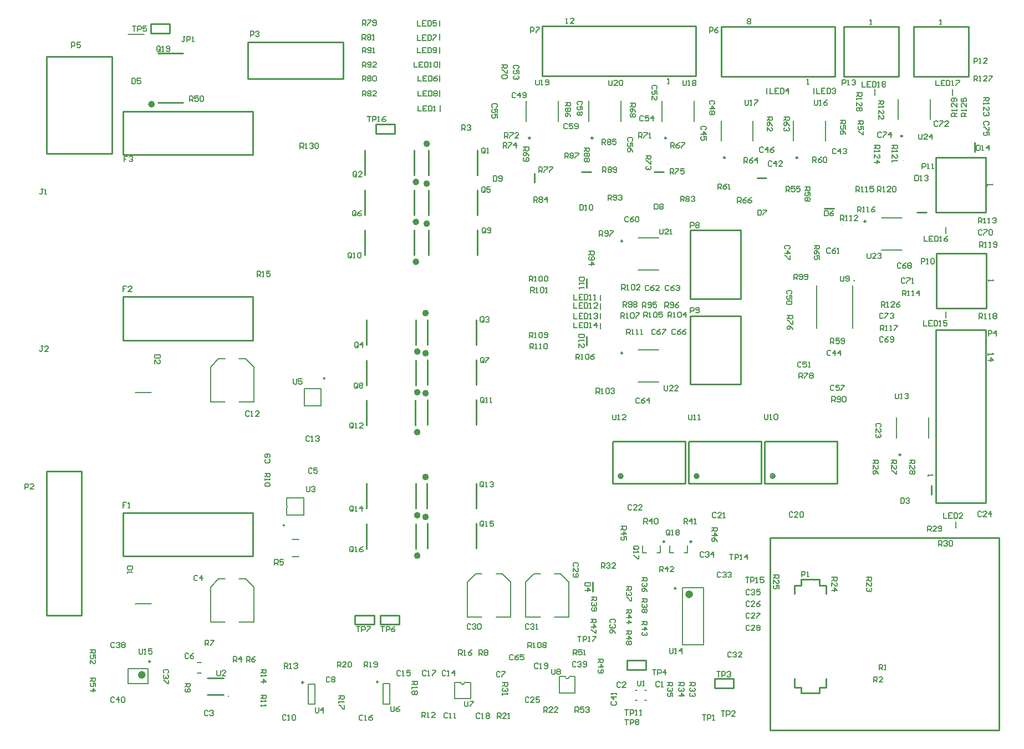
<source format=gto>
G04*
G04 #@! TF.GenerationSoftware,Altium Limited,Altium Designer,19.1.7 (138)*
G04*
G04 Layer_Color=65535*
%FSLAX25Y25*%
%MOIN*%
G70*
G01*
G75*
%ADD10C,0.00984*%
%ADD11C,0.01000*%
%ADD12C,0.00394*%
%ADD13C,0.00591*%
%ADD14C,0.01968*%
%ADD15C,0.00787*%
%ADD16C,0.02362*%
%ADD17C,0.00500*%
G36*
X9843Y228346D02*
D01*
D02*
G37*
G36*
Y322835D02*
D01*
D02*
G37*
D10*
X362303Y295866D02*
G03*
X362303Y295866I-492J0D01*
G01*
Y228543D02*
G03*
X362303Y228543I-492J0D01*
G01*
X508521Y307759D02*
G03*
X508521Y307759I-492J0D01*
G01*
X424032Y346063D02*
G03*
X424032Y346063I-492J0D01*
G01*
X467618D02*
G03*
X467618Y346063I-492J0D01*
G01*
X306873Y357874D02*
G03*
X306873Y357874I-492J0D01*
G01*
X344505D02*
G03*
X344505Y357874I-492J0D01*
G01*
X388599D02*
G03*
X388599Y357874I-492J0D01*
G01*
X530627Y359055D02*
G03*
X530627Y359055I-492J0D01*
G01*
X170473Y30512D02*
G03*
X170473Y30512I-492J0D01*
G01*
X387582Y115204D02*
G03*
X387582Y115204I-492J0D01*
G01*
X403839D02*
G03*
X403839Y115204I-492J0D01*
G01*
X394488Y87106D02*
G03*
X394488Y87106I-492J0D01*
G01*
X529552Y167429D02*
G03*
X529552Y167429I-492J0D01*
G01*
X215371Y30807D02*
G03*
X215371Y30807I-492J0D01*
G01*
X78445Y43110D02*
G03*
X78445Y43110I-492J0D01*
G01*
D11*
X408186Y154528D02*
G03*
X408186Y154528I-1321J0D01*
G01*
X407259D02*
G03*
X407259Y154528I-394J0D01*
G01*
X125369Y22170D02*
G03*
X125369Y22170I-98J0D01*
G01*
X182995Y212995D02*
G03*
X182921Y212986I-74J307D01*
G01*
X452953Y154649D02*
G03*
X452953Y154649I-394J0D01*
G01*
X453880D02*
G03*
X453880Y154649I-1321J0D01*
G01*
X361565Y154528D02*
G03*
X361565Y154528I-394J0D01*
G01*
X362492D02*
G03*
X362492Y154528I-1321J0D01*
G01*
X158540Y125194D02*
G03*
X158614Y125203I74J-307D01*
G01*
X537402Y394898D02*
Y424819D01*
X570472D01*
Y394898D02*
Y424819D01*
X537402Y394898D02*
X570472D01*
X495276D02*
Y424819D01*
X528346D01*
Y394898D02*
Y424819D01*
X495276Y394898D02*
X528346D01*
X314173Y395292D02*
X406299D01*
Y425214D01*
X314173D02*
X406299D01*
X314173Y395292D02*
Y425214D01*
X421654Y394899D02*
Y424820D01*
X490158D01*
Y394899D02*
Y424820D01*
X421654Y394899D02*
X490158D01*
X55236Y348425D02*
Y406693D01*
X16063Y348425D02*
X55236D01*
X16063Y406693D02*
X55236D01*
X16063Y348425D02*
Y406693D01*
X78745Y420866D02*
X90163D01*
X78745D02*
Y426378D01*
X90163D01*
Y420866D02*
Y426378D01*
X16043Y99803D02*
Y157480D01*
X37126D01*
X16043Y70866D02*
Y99803D01*
X37126Y70866D02*
Y157480D01*
X16043Y70866D02*
X37126D01*
X216634Y65354D02*
X228051D01*
X216634D02*
Y70866D01*
X228051D01*
Y65354D02*
Y70866D01*
X201476Y65354D02*
X212894D01*
X201476D02*
Y70866D01*
X212894D01*
Y65354D02*
Y70866D01*
X180020Y415449D02*
X194488D01*
X137008D02*
X151575D01*
X137008Y393598D02*
X194488D01*
X151575Y415449D02*
X180020D01*
X137008Y393598D02*
Y415449D01*
X194488Y393598D02*
Y415449D01*
X214075Y360630D02*
X225492D01*
X214075D02*
Y366142D01*
X225492D01*
Y360630D02*
Y366142D01*
X417618Y27165D02*
X429035D01*
X417618D02*
Y32677D01*
X429035D01*
Y27165D02*
Y32677D01*
X550630Y242520D02*
X580551D01*
Y138583D02*
Y242520D01*
X550630Y138583D02*
X580551D01*
X550630D02*
Y242520D01*
X551181Y288583D02*
X581102D01*
Y255512D02*
Y288583D01*
X551181Y255512D02*
X581102D01*
X551181D02*
Y288583D01*
X550630Y346063D02*
X580551D01*
Y312992D02*
Y346063D01*
X550630Y312992D02*
X580551D01*
X550630D02*
Y346063D01*
X402338Y175394D02*
X445645D01*
Y150000D02*
Y175394D01*
X402141Y150000D02*
X445645D01*
X402141D02*
Y175197D01*
X574016Y349606D02*
Y355118D01*
X381496Y337402D02*
X387008D01*
X337795D02*
X343307D01*
X309407Y331102D02*
Y336614D01*
X539370Y312992D02*
X544882D01*
X469685Y92520D02*
X480709D01*
Y88976D02*
X484646D01*
X469685D02*
Y92520D01*
X465748Y88976D02*
X469685D01*
X480709D02*
Y92520D01*
X469685Y24016D02*
Y27559D01*
X480709D02*
X484646D01*
X480709Y24016D02*
Y27559D01*
X465748D02*
X469685D01*
Y24016D02*
X480709D01*
X465748Y83858D02*
Y88976D01*
X484646Y83858D02*
Y88976D01*
X465748Y27559D02*
Y32677D01*
X484646Y27559D02*
Y32677D01*
X483858Y315354D02*
X489370D01*
X443307Y333834D02*
X448819D01*
X433307Y271614D02*
Y292244D01*
X403051Y261240D02*
X433307D01*
X403051Y302500D02*
X433307D01*
X403051Y280084D02*
Y283799D01*
Y289373D02*
Y302500D01*
Y261240D02*
Y274510D01*
Y285657D02*
Y289373D01*
Y274510D02*
Y278226D01*
Y283799D02*
Y285657D01*
Y278226D02*
Y280084D01*
X433307Y292244D02*
Y302559D01*
Y261299D02*
Y271614D01*
X340551Y267717D02*
Y273228D01*
X83130Y379151D02*
X98130D01*
X83130Y408765D02*
X98130D01*
X340551Y233071D02*
Y238583D01*
X433307Y220039D02*
Y240669D01*
X403051Y209665D02*
X433307D01*
X403051Y250925D02*
X433307D01*
X403051Y228509D02*
Y232224D01*
Y237798D02*
Y250925D01*
Y209665D02*
Y222936D01*
Y234082D02*
Y237798D01*
Y222936D02*
Y226651D01*
Y232224D02*
Y234082D01*
Y226651D02*
Y228509D01*
X433307Y240669D02*
Y250984D01*
Y209724D02*
Y220039D01*
X548076Y143413D02*
Y148925D01*
X112574Y23155D02*
X122416D01*
X112574Y32997D02*
X122417D01*
X237090Y335413D02*
Y350413D01*
X207476Y335413D02*
Y350413D01*
X245587Y335413D02*
Y350413D01*
X275201Y335413D02*
Y350413D01*
X244876Y111034D02*
Y126034D01*
X274490Y111034D02*
Y126034D01*
X244847Y135050D02*
Y150050D01*
X274462Y135050D02*
Y150050D01*
X237907Y110778D02*
Y125778D01*
X208292Y110778D02*
Y125778D01*
X237878Y135020D02*
Y150020D01*
X208264Y135020D02*
Y150020D01*
X244905Y233583D02*
Y248583D01*
X274519Y233583D02*
Y248583D01*
X344291Y85282D02*
Y90794D01*
X365059Y43701D02*
X376476D01*
Y38189D02*
Y43701D01*
X365059Y38189D02*
X376476D01*
X365059D02*
Y43701D01*
X447835Y150121D02*
Y175318D01*
Y150121D02*
X491339D01*
Y175515D01*
X448032D02*
X491339D01*
X356447Y150000D02*
Y175197D01*
Y150000D02*
X399951D01*
Y175394D01*
X356644D02*
X399951D01*
X61890Y347657D02*
X139921D01*
Y373563D01*
X61929Y373878D02*
X139921D01*
X61929Y347657D02*
Y373878D01*
X207476Y311398D02*
Y326398D01*
X237090Y311398D02*
Y326398D01*
X207476Y287412D02*
Y302412D01*
X237090Y287412D02*
Y302412D01*
X275201Y287382D02*
Y302382D01*
X245587Y287382D02*
Y302382D01*
X275201Y311398D02*
Y326398D01*
X245587Y311398D02*
Y326398D01*
X208322Y209005D02*
Y224005D01*
X237936Y209005D02*
Y224005D01*
X208322Y233445D02*
Y248445D01*
X237936Y233445D02*
Y248445D01*
X208215Y185020D02*
Y200020D01*
X237830Y185020D02*
Y200020D01*
X274519Y209429D02*
Y224429D01*
X244905Y209429D02*
Y224429D01*
X274519Y185413D02*
Y200413D01*
X244905Y185413D02*
Y200413D01*
X61890Y106319D02*
X139921D01*
Y132224D01*
X61929Y132539D02*
X139921D01*
X61929Y106319D02*
Y132539D01*
X61890Y236245D02*
X139921D01*
Y262151D01*
X61929Y262466D02*
X139921D01*
X61929Y236245D02*
Y262466D01*
X450953Y1713D02*
Y117323D01*
X450941D02*
X588551D01*
X588748Y1713D02*
Y117323D01*
X451138Y1713D02*
X588748D01*
D12*
X389927Y341881D02*
G03*
X389927Y341881I-197J0D01*
G01*
X352095Y342669D02*
G03*
X352095Y342669I-197J0D01*
G01*
X309103Y343850D02*
G03*
X309103Y343850I-197J0D01*
G01*
X531150Y344244D02*
G03*
X531150Y344244I-197J0D01*
G01*
X494440Y305661D02*
G03*
X494440Y305661I-197J0D01*
G01*
X461859Y331645D02*
G03*
X461859Y331645I-197J0D01*
G01*
X420520D02*
G03*
X420520Y331645I-197J0D01*
G01*
X347984Y289438D02*
G03*
X347984Y289438I-197J0D01*
G01*
Y220900D02*
G03*
X347984Y220900I-197J0D01*
G01*
X368725Y25016D02*
G03*
X368725Y25016I-197J0D01*
G01*
D13*
X501850Y272047D02*
G03*
X501850Y272047I-276J0D01*
G01*
X252820Y373846D02*
Y377430D01*
X562663Y123452D02*
Y127036D01*
X556825Y249735D02*
Y253320D01*
Y300562D02*
Y304147D01*
X560565Y383633D02*
Y387217D01*
X514041Y383649D02*
Y387233D01*
X477494Y384381D02*
Y387965D01*
X449148Y384381D02*
Y387965D01*
X252427Y416759D02*
Y420343D01*
Y425027D02*
Y428611D01*
X252427Y408885D02*
Y412469D01*
Y400184D02*
Y403768D01*
Y382901D02*
Y386485D01*
X349080Y249003D02*
Y252587D01*
Y243040D02*
Y246624D01*
Y260027D02*
Y263611D01*
Y254851D02*
Y258435D01*
X252427Y391956D02*
Y395540D01*
X573622Y402756D02*
Y405904D01*
X575196D01*
X575721Y405380D01*
Y404330D01*
X575196Y403805D01*
X573622D01*
X576771Y402756D02*
X577820D01*
X577295D01*
Y405904D01*
X576771Y405380D01*
X581494Y402756D02*
X579394D01*
X581494Y404855D01*
Y405380D01*
X580969Y405904D01*
X579919D01*
X579394Y405380D01*
X553150Y426000D02*
X554199D01*
X553674D01*
Y429149D01*
X553150Y428624D01*
X494488Y389764D02*
Y392912D01*
X496063D01*
X496587Y392388D01*
Y391338D01*
X496063Y390813D01*
X494488D01*
X497637Y389764D02*
X498686D01*
X498162D01*
Y392912D01*
X497637Y392388D01*
X500261D02*
X500785Y392912D01*
X501835D01*
X502360Y392388D01*
Y391863D01*
X501835Y391338D01*
X501310D01*
X501835D01*
X502360Y390813D01*
Y390288D01*
X501835Y389764D01*
X500785D01*
X500261Y390288D01*
X511024Y426000D02*
X512073D01*
X511548D01*
Y429149D01*
X511024Y428624D01*
X307087Y421260D02*
Y424408D01*
X308661D01*
X309186Y423884D01*
Y422834D01*
X308661Y422309D01*
X307087D01*
X310235Y424408D02*
X312334D01*
Y423884D01*
X310235Y421785D01*
Y421260D01*
X328346Y426788D02*
X329396D01*
X328871D01*
Y429937D01*
X328346Y429412D01*
X333069Y426788D02*
X330970D01*
X333069Y428887D01*
Y429412D01*
X332545Y429937D01*
X331495D01*
X330970Y429412D01*
X389370Y390568D02*
X390420D01*
X389895D01*
Y393717D01*
X389370Y393192D01*
X414567Y421260D02*
Y424408D01*
X416141D01*
X416666Y423884D01*
Y422834D01*
X416141Y422309D01*
X414567D01*
X419815Y424408D02*
X418765Y423884D01*
X417716Y422834D01*
Y421785D01*
X418240Y421260D01*
X419290D01*
X419815Y421785D01*
Y422309D01*
X419290Y422834D01*
X417716D01*
X473228Y390174D02*
X474278D01*
X473753D01*
Y393323D01*
X473228Y392798D01*
X437402Y429018D02*
X437926Y429543D01*
X438976D01*
X439501Y429018D01*
Y428494D01*
X438976Y427969D01*
X439501Y427444D01*
Y426919D01*
X438976Y426395D01*
X437926D01*
X437402Y426919D01*
Y427444D01*
X437926Y427969D01*
X437402Y428494D01*
Y429018D01*
X437926Y427969D02*
X438976D01*
X31102Y412205D02*
Y415353D01*
X32677D01*
X33201Y414828D01*
Y413779D01*
X32677Y413254D01*
X31102D01*
X36350Y415353D02*
X34251D01*
Y413779D01*
X35300Y414304D01*
X35825D01*
X36350Y413779D01*
Y412730D01*
X35825Y412205D01*
X34776D01*
X34251Y412730D01*
X365879Y310104D02*
X365354Y310629D01*
X364304D01*
X363779Y310104D01*
Y308005D01*
X364304Y307480D01*
X365354D01*
X365879Y308005D01*
X369027Y310629D02*
X367978Y310104D01*
X366928Y309055D01*
Y308005D01*
X367453Y307480D01*
X368502D01*
X369027Y308005D01*
Y308530D01*
X368502Y309055D01*
X366928D01*
X370077Y310104D02*
X370602Y310629D01*
X371651D01*
X372176Y310104D01*
Y308005D01*
X371651Y307480D01*
X370602D01*
X370077Y308005D01*
Y310104D01*
X464698Y132545D02*
X464173Y133070D01*
X463123D01*
X462598Y132545D01*
Y130446D01*
X463123Y129921D01*
X464173D01*
X464698Y130446D01*
X467846Y129921D02*
X465747D01*
X467846Y132020D01*
Y132545D01*
X467321Y133070D01*
X466272D01*
X465747Y132545D01*
X468896D02*
X469420Y133070D01*
X470470D01*
X470995Y132545D01*
Y130446D01*
X470470Y129921D01*
X469420D01*
X468896Y130446D01*
Y132545D01*
X99343Y418897D02*
X98294D01*
X98818D01*
Y416273D01*
X98294Y415748D01*
X97769D01*
X97244Y416273D01*
X100393Y415748D02*
Y418897D01*
X101967D01*
X102492Y418372D01*
Y417322D01*
X101967Y416798D01*
X100393D01*
X103541Y415748D02*
X104591D01*
X104066D01*
Y418897D01*
X103541Y418372D01*
X67716Y425196D02*
X69816D01*
X68766D01*
Y422047D01*
X70865D02*
Y425196D01*
X72439D01*
X72964Y424671D01*
Y423622D01*
X72439Y423097D01*
X70865D01*
X76113Y425196D02*
X74014D01*
Y423622D01*
X75063Y424146D01*
X75588D01*
X76113Y423622D01*
Y422572D01*
X75588Y422047D01*
X74538D01*
X74014Y422572D01*
X573622Y392126D02*
Y395275D01*
X575196D01*
X575721Y394750D01*
Y393700D01*
X575196Y393176D01*
X573622D01*
X574672D02*
X575721Y392126D01*
X576771D02*
X577820D01*
X577295D01*
Y395275D01*
X576771Y394750D01*
X581494Y392126D02*
X579394D01*
X581494Y394225D01*
Y394750D01*
X580969Y395275D01*
X579919D01*
X579394Y394750D01*
X582543Y395275D02*
X584642D01*
Y394750D01*
X582543Y392651D01*
Y392126D01*
X137926Y193175D02*
X137401Y193700D01*
X136352D01*
X135827Y193175D01*
Y191076D01*
X136352Y190551D01*
X137401D01*
X137926Y191076D01*
X138975Y190551D02*
X140025D01*
X139500D01*
Y193700D01*
X138975Y193175D01*
X143698Y190551D02*
X141599D01*
X143698Y192650D01*
Y193175D01*
X143174Y193700D01*
X142124D01*
X141599Y193175D01*
X545905Y155512D02*
Y154462D01*
Y154987D01*
X549054D01*
X548529Y155512D01*
X582126Y228346D02*
Y227297D01*
Y227822D01*
X585275D01*
X584750Y228346D01*
X582126Y224148D02*
X585275D01*
X583700Y225723D01*
Y223623D01*
X582283Y272835D02*
Y271785D01*
Y272310D01*
X585432D01*
X584907Y272835D01*
X581732Y330315D02*
Y329265D01*
Y329790D01*
X584881D01*
X584356Y330315D01*
X3000Y146800D02*
Y149949D01*
X4574D01*
X5099Y149424D01*
Y148374D01*
X4574Y147850D01*
X3000D01*
X8248Y146800D02*
X6149D01*
X8248Y148899D01*
Y149424D01*
X7723Y149949D01*
X6673D01*
X6149Y149424D01*
X168504Y351575D02*
Y354723D01*
X170078D01*
X170603Y354199D01*
Y353149D01*
X170078Y352624D01*
X168504D01*
X169553D02*
X170603Y351575D01*
X171652D02*
X172702D01*
X172177D01*
Y354723D01*
X171652Y354199D01*
X174276D02*
X174801Y354723D01*
X175851D01*
X176375Y354199D01*
Y353674D01*
X175851Y353149D01*
X175326D01*
X175851D01*
X176375Y352624D01*
Y352100D01*
X175851Y351575D01*
X174801D01*
X174276Y352100D01*
X177425Y354199D02*
X177950Y354723D01*
X178999D01*
X179524Y354199D01*
Y352100D01*
X178999Y351575D01*
X177950D01*
X177425Y352100D01*
Y354199D01*
X138583Y418898D02*
Y422046D01*
X140157D01*
X140682Y421522D01*
Y420472D01*
X140157Y419947D01*
X138583D01*
X141731Y421522D02*
X142256Y422046D01*
X143306D01*
X143830Y421522D01*
Y420997D01*
X143306Y420472D01*
X142781D01*
X143306D01*
X143830Y419947D01*
Y419422D01*
X143306Y418898D01*
X142256D01*
X141731Y419422D01*
X13910Y232676D02*
X12861D01*
X13385D01*
Y230052D01*
X12861Y229528D01*
X12336D01*
X11811Y230052D01*
X17059Y229528D02*
X14960D01*
X17059Y231627D01*
Y232151D01*
X16534Y232676D01*
X15484D01*
X14960Y232151D01*
X13910Y327164D02*
X12861D01*
X13385D01*
Y324540D01*
X12861Y324016D01*
X12336D01*
X11811Y324540D01*
X14960Y324016D02*
X16009D01*
X15484D01*
Y327164D01*
X14960Y326640D01*
X435942Y380708D02*
Y378084D01*
X436467Y377559D01*
X437516D01*
X438041Y378084D01*
Y380708D01*
X439090Y377559D02*
X440140D01*
X439615D01*
Y380708D01*
X439090Y380183D01*
X441714Y380708D02*
X443813D01*
Y380183D01*
X441714Y378084D01*
Y377559D01*
X398540Y392519D02*
Y389895D01*
X399065Y389370D01*
X400115D01*
X400639Y389895D01*
Y392519D01*
X401689Y389370D02*
X402739D01*
X402214D01*
Y392519D01*
X401689Y391994D01*
X404313D02*
X404838Y392519D01*
X405887D01*
X406412Y391994D01*
Y391469D01*
X405887Y390944D01*
X406412Y390420D01*
Y389895D01*
X405887Y389370D01*
X404838D01*
X404313Y389895D01*
Y390420D01*
X404838Y390944D01*
X404313Y391469D01*
Y391994D01*
X404838Y390944D02*
X405887D01*
X540371Y360176D02*
Y357552D01*
X540896Y357028D01*
X541945D01*
X542470Y357552D01*
Y360176D01*
X545619Y357028D02*
X543520D01*
X545619Y359127D01*
Y359651D01*
X545094Y360176D01*
X544044D01*
X543520Y359651D01*
X548243Y357028D02*
Y360176D01*
X546668Y358602D01*
X548767D01*
X509449Y288582D02*
Y285958D01*
X509974Y285433D01*
X511023D01*
X511548Y285958D01*
Y288582D01*
X514697Y285433D02*
X512597D01*
X514697Y287532D01*
Y288057D01*
X514172Y288582D01*
X513122D01*
X512597Y288057D01*
X515746D02*
X516271Y288582D01*
X517320D01*
X517845Y288057D01*
Y287532D01*
X517320Y287007D01*
X516795D01*
X517320D01*
X517845Y286483D01*
Y285958D01*
X517320Y285433D01*
X516271D01*
X515746Y285958D01*
X387402Y209054D02*
Y206430D01*
X387926Y205906D01*
X388976D01*
X389501Y206430D01*
Y209054D01*
X392649Y205906D02*
X390550D01*
X392649Y208005D01*
Y208529D01*
X392125Y209054D01*
X391075D01*
X390550Y208529D01*
X395798Y205906D02*
X393699D01*
X395798Y208005D01*
Y208529D01*
X395273Y209054D01*
X394223D01*
X393699Y208529D01*
X384646Y303149D02*
Y300525D01*
X385170Y300000D01*
X386220D01*
X386745Y300525D01*
Y303149D01*
X389893Y300000D02*
X387794D01*
X389893Y302099D01*
Y302624D01*
X389369Y303149D01*
X388319D01*
X387794Y302624D01*
X390943Y300000D02*
X391992D01*
X391468D01*
Y303149D01*
X390943Y302624D01*
X354052Y392519D02*
Y389895D01*
X354577Y389370D01*
X355627D01*
X356151Y389895D01*
Y392519D01*
X359300Y389370D02*
X357201D01*
X359300Y391469D01*
Y391994D01*
X358775Y392519D01*
X357726D01*
X357201Y391994D01*
X360349D02*
X360874Y392519D01*
X361924D01*
X362448Y391994D01*
Y389895D01*
X361924Y389370D01*
X360874D01*
X360349Y389895D01*
Y391994D01*
X310121Y392912D02*
Y390288D01*
X310646Y389764D01*
X311695D01*
X312220Y390288D01*
Y392912D01*
X313270Y389764D02*
X314319D01*
X313794D01*
Y392912D01*
X313270Y392388D01*
X315894Y390288D02*
X316418Y389764D01*
X317468D01*
X317992Y390288D01*
Y392388D01*
X317468Y392912D01*
X316418D01*
X315894Y392388D01*
Y391863D01*
X316418Y391338D01*
X317992D01*
X477559Y380708D02*
Y378084D01*
X478084Y377559D01*
X479133D01*
X479658Y378084D01*
Y380708D01*
X480708Y377559D02*
X481757D01*
X481232D01*
Y380708D01*
X480708Y380183D01*
X485430Y380708D02*
X484381Y380183D01*
X483331Y379133D01*
Y378084D01*
X483856Y377559D01*
X484906D01*
X485430Y378084D01*
Y378609D01*
X484906Y379133D01*
X483331D01*
X516621Y38125D02*
Y41274D01*
X518196D01*
X518720Y40749D01*
Y39700D01*
X518196Y39175D01*
X516621D01*
X517671D02*
X518720Y38125D01*
X519770D02*
X520820D01*
X520295D01*
Y41274D01*
X519770Y40749D01*
X470079Y94095D02*
Y97243D01*
X471653D01*
X472178Y96718D01*
Y95669D01*
X471653Y95144D01*
X470079D01*
X473227Y94095D02*
X474277D01*
X473752D01*
Y97243D01*
X473227Y96718D01*
X84382Y410467D02*
Y412566D01*
X83858Y413091D01*
X82808D01*
X82284Y412566D01*
Y410467D01*
X82808Y409942D01*
X83858D01*
X83333Y410991D02*
X84382Y409942D01*
X83858D02*
X84382Y410467D01*
X85432Y409942D02*
X86482D01*
X85957D01*
Y413091D01*
X85432Y412566D01*
X88056Y410467D02*
X88581Y409942D01*
X89630D01*
X90155Y410467D01*
Y412566D01*
X89630Y413091D01*
X88581D01*
X88056Y412566D01*
Y412041D01*
X88581Y411516D01*
X90155D01*
X371260Y31633D02*
Y29009D01*
X371785Y28484D01*
X372834D01*
X373359Y29009D01*
Y31633D01*
X374408Y28484D02*
X375458D01*
X374933D01*
Y31633D01*
X374408Y31108D01*
X390551Y51029D02*
Y48406D01*
X391076Y47881D01*
X392126D01*
X392650Y48406D01*
Y51029D01*
X393700Y47881D02*
X394749D01*
X394225D01*
Y51029D01*
X393700Y50505D01*
X397898Y47881D02*
Y51029D01*
X396324Y49455D01*
X398423D01*
X427690Y48293D02*
X427165Y48818D01*
X426115D01*
X425591Y48293D01*
Y46194D01*
X426115Y45669D01*
X427165D01*
X427690Y46194D01*
X428739Y48293D02*
X429264Y48818D01*
X430313D01*
X430838Y48293D01*
Y47768D01*
X430313Y47244D01*
X429789D01*
X430313D01*
X430838Y46719D01*
Y46194D01*
X430313Y45669D01*
X429264D01*
X428739Y46194D01*
X433987Y45669D02*
X431888D01*
X433987Y47768D01*
Y48293D01*
X433462Y48818D01*
X432412D01*
X431888Y48293D01*
X542520Y339370D02*
Y342519D01*
X544094D01*
X544619Y341994D01*
Y340944D01*
X544094Y340420D01*
X542520D01*
X545668Y339370D02*
X546718D01*
X546193D01*
Y342519D01*
X545668Y341994D01*
X548292Y339370D02*
X549342D01*
X548817D01*
Y342519D01*
X548292Y341994D01*
X541890Y282283D02*
Y285432D01*
X543464D01*
X543989Y284907D01*
Y283858D01*
X543464Y283333D01*
X541890D01*
X545038Y282283D02*
X546088D01*
X545563D01*
Y285432D01*
X545038Y284907D01*
X547662D02*
X548187Y285432D01*
X549236D01*
X549761Y284907D01*
Y282808D01*
X549236Y282283D01*
X548187D01*
X547662Y282808D01*
Y284907D01*
X403150Y252756D02*
Y255905D01*
X404724D01*
X405249Y255380D01*
Y254330D01*
X404724Y253805D01*
X403150D01*
X406298Y253281D02*
X406823Y252756D01*
X407872D01*
X408397Y253281D01*
Y255380D01*
X407872Y255905D01*
X406823D01*
X406298Y255380D01*
Y254855D01*
X406823Y254330D01*
X408397D01*
X403150Y303937D02*
Y307086D01*
X404724D01*
X405249Y306561D01*
Y305511D01*
X404724Y304987D01*
X403150D01*
X406298Y306561D02*
X406823Y307086D01*
X407872D01*
X408397Y306561D01*
Y306036D01*
X407872Y305511D01*
X408397Y304987D01*
Y304462D01*
X407872Y303937D01*
X406823D01*
X406298Y304462D01*
Y304987D01*
X406823Y305511D01*
X406298Y306036D01*
Y306561D01*
X406823Y305511D02*
X407872D01*
X118504Y37794D02*
Y35170D01*
X119029Y34646D01*
X120078D01*
X120603Y35170D01*
Y37794D01*
X123752Y34646D02*
X121652D01*
X123752Y36745D01*
Y37269D01*
X123227Y37794D01*
X122177D01*
X121652Y37269D01*
X347638Y44587D02*
X350786D01*
Y43012D01*
X350262Y42487D01*
X349212D01*
X348687Y43012D01*
Y44587D01*
Y43537D02*
X347638Y42487D01*
Y39864D02*
X350786D01*
X349212Y41438D01*
Y39339D01*
X348163Y38289D02*
X347638Y37765D01*
Y36715D01*
X348163Y36190D01*
X350262D01*
X350786Y36715D01*
Y37765D01*
X350262Y38289D01*
X349737D01*
X349212Y37765D01*
Y36190D01*
X343307Y68504D02*
X346456D01*
Y66930D01*
X345931Y66405D01*
X344881D01*
X344357Y66930D01*
Y68504D01*
Y67454D02*
X343307Y66405D01*
Y63781D02*
X346456D01*
X344881Y65355D01*
Y63256D01*
X346456Y62207D02*
Y60108D01*
X345931D01*
X343832Y62207D01*
X343307D01*
X493307Y274802D02*
Y272178D01*
X493832Y271654D01*
X494881D01*
X495406Y272178D01*
Y274802D01*
X496456Y272178D02*
X496980Y271654D01*
X498030D01*
X498555Y272178D01*
Y274277D01*
X498030Y274802D01*
X496980D01*
X496456Y274277D01*
Y273753D01*
X496980Y273228D01*
X498555D01*
X71653Y50786D02*
Y48163D01*
X72178Y47638D01*
X73228D01*
X73753Y48163D01*
Y50786D01*
X74802Y47638D02*
X75852D01*
X75327D01*
Y50786D01*
X74802Y50262D01*
X79525Y50786D02*
X77426D01*
Y49212D01*
X78475Y49737D01*
X79000D01*
X79525Y49212D01*
Y48163D01*
X79000Y47638D01*
X77951D01*
X77426Y48163D01*
X526295Y204251D02*
Y201627D01*
X526820Y201102D01*
X527870D01*
X528395Y201627D01*
Y204251D01*
X529444Y201102D02*
X530494D01*
X529969D01*
Y204251D01*
X529444Y203726D01*
X532068D02*
X532593Y204251D01*
X533642D01*
X534167Y203726D01*
Y203201D01*
X533642Y202677D01*
X533117D01*
X533642D01*
X534167Y202152D01*
Y201627D01*
X533642Y201102D01*
X532593D01*
X532068Y201627D01*
X356378Y191548D02*
Y188924D01*
X356902Y188399D01*
X357952D01*
X358477Y188924D01*
Y191548D01*
X359526Y188399D02*
X360576D01*
X360051D01*
Y191548D01*
X359526Y191023D01*
X364249Y188399D02*
X362150D01*
X364249Y190498D01*
Y191023D01*
X363724Y191548D01*
X362675D01*
X362150Y191023D01*
X402051Y191567D02*
Y188943D01*
X402576Y188418D01*
X403625D01*
X404150Y188943D01*
Y191567D01*
X405200Y188418D02*
X406249D01*
X405724D01*
Y191567D01*
X405200Y191042D01*
X407823Y188418D02*
X408873D01*
X408348D01*
Y191567D01*
X407823Y191042D01*
X447746Y191688D02*
Y189064D01*
X448270Y188540D01*
X449320D01*
X449845Y189064D01*
Y191688D01*
X450894Y188540D02*
X451944D01*
X451419D01*
Y191688D01*
X450894Y191163D01*
X453518D02*
X454043Y191688D01*
X455092D01*
X455617Y191163D01*
Y189064D01*
X455092Y188540D01*
X454043D01*
X453518Y189064D01*
Y191163D01*
X319685Y38582D02*
Y35958D01*
X320210Y35433D01*
X321259D01*
X321784Y35958D01*
Y38582D01*
X322834Y38057D02*
X323358Y38582D01*
X324408D01*
X324933Y38057D01*
Y37532D01*
X324408Y37007D01*
X324933Y36483D01*
Y35958D01*
X324408Y35433D01*
X323358D01*
X322834Y35958D01*
Y36483D01*
X323358Y37007D01*
X322834Y37532D01*
Y38057D01*
X323358Y37007D02*
X324408D01*
X267430Y19183D02*
Y16560D01*
X267954Y16035D01*
X269004D01*
X269529Y16560D01*
Y19183D01*
X270578D02*
X272677D01*
Y18659D01*
X270578Y16560D01*
Y16035D01*
X222967Y16141D02*
Y13517D01*
X223491Y12992D01*
X224541D01*
X225066Y13517D01*
Y16141D01*
X228214D02*
X227165Y15616D01*
X226115Y14566D01*
Y13517D01*
X226640Y12992D01*
X227689D01*
X228214Y13517D01*
Y14042D01*
X227689Y14566D01*
X226115D01*
X164370Y212991D02*
Y210367D01*
X164895Y209842D01*
X165944D01*
X166469Y210367D01*
Y212991D01*
X169618D02*
X167519D01*
Y211417D01*
X168568Y211942D01*
X169093D01*
X169618Y211417D01*
Y210367D01*
X169093Y209842D01*
X168043D01*
X167519Y210367D01*
X177559Y15353D02*
Y12730D01*
X178084Y12205D01*
X179133D01*
X179658Y12730D01*
Y15353D01*
X182282Y12205D02*
Y15353D01*
X180708Y13779D01*
X182807D01*
X172244Y148424D02*
Y145800D01*
X172769Y145276D01*
X173818D01*
X174343Y145800D01*
Y148424D01*
X175393Y147899D02*
X175917Y148424D01*
X176967D01*
X177492Y147899D01*
Y147375D01*
X176967Y146850D01*
X176442D01*
X176967D01*
X177492Y146325D01*
Y145800D01*
X176967Y145276D01*
X175917D01*
X175393Y145800D01*
X335433Y58267D02*
X337532D01*
X336483D01*
Y55118D01*
X338582D02*
Y58267D01*
X340156D01*
X340681Y57742D01*
Y56692D01*
X340156Y56168D01*
X338582D01*
X341730Y55118D02*
X342780D01*
X342255D01*
Y58267D01*
X341730Y57742D01*
X344354Y58267D02*
X346453D01*
Y57742D01*
X344354Y55643D01*
Y55118D01*
X208858Y370865D02*
X210957D01*
X209908D01*
Y367717D01*
X212007D02*
Y370865D01*
X213581D01*
X214106Y370340D01*
Y369291D01*
X213581Y368766D01*
X212007D01*
X215156Y367717D02*
X216205D01*
X215680D01*
Y370865D01*
X215156Y370340D01*
X219878Y370865D02*
X218829Y370340D01*
X217779Y369291D01*
Y368241D01*
X218304Y367717D01*
X219354D01*
X219878Y368241D01*
Y368766D01*
X219354Y369291D01*
X217779D01*
X436221Y93700D02*
X438319D01*
X437270D01*
Y90551D01*
X439369D02*
Y93700D01*
X440943D01*
X441468Y93175D01*
Y92125D01*
X440943Y91601D01*
X439369D01*
X442518Y90551D02*
X443567D01*
X443042D01*
Y93700D01*
X442518Y93175D01*
X447240Y93700D02*
X445142D01*
Y92125D01*
X446191Y92650D01*
X446716D01*
X447240Y92125D01*
Y91076D01*
X446716Y90551D01*
X445666D01*
X445142Y91076D01*
X426772Y107479D02*
X428871D01*
X427821D01*
Y104331D01*
X429920D02*
Y107479D01*
X431495D01*
X432019Y106955D01*
Y105905D01*
X431495Y105380D01*
X429920D01*
X433069Y104331D02*
X434118D01*
X433594D01*
Y107479D01*
X433069Y106955D01*
X437267Y104331D02*
Y107479D01*
X435693Y105905D01*
X437792D01*
X363779Y14051D02*
X365879D01*
X364829D01*
Y10902D01*
X366928D02*
Y14051D01*
X368502D01*
X369027Y13526D01*
Y12477D01*
X368502Y11952D01*
X366928D01*
X370077Y10902D02*
X371126D01*
X370602D01*
Y14051D01*
X370077Y13526D01*
X372701Y10902D02*
X373750D01*
X373225D01*
Y14051D01*
X372701Y13526D01*
X363779Y8313D02*
X365879D01*
X364829D01*
Y5164D01*
X366928D02*
Y8313D01*
X368502D01*
X369027Y7788D01*
Y6739D01*
X368502Y6214D01*
X366928D01*
X370077Y7788D02*
X370602Y8313D01*
X371651D01*
X372176Y7788D01*
Y7263D01*
X371651Y6739D01*
X372176Y6214D01*
Y5689D01*
X371651Y5164D01*
X370602D01*
X370077Y5689D01*
Y6214D01*
X370602Y6739D01*
X370077Y7263D01*
Y7788D01*
X370602Y6739D02*
X371651D01*
X202362Y64172D02*
X204461D01*
X203412D01*
Y61024D01*
X205511D02*
Y64172D01*
X207085D01*
X207610Y63648D01*
Y62598D01*
X207085Y62073D01*
X205511D01*
X208659Y64172D02*
X210758D01*
Y63648D01*
X208659Y61548D01*
Y61024D01*
X217126Y64172D02*
X219225D01*
X218176D01*
Y61024D01*
X220275D02*
Y64172D01*
X221849D01*
X222374Y63648D01*
Y62598D01*
X221849Y62073D01*
X220275D01*
X225522Y64172D02*
X224473Y63648D01*
X223423Y62598D01*
Y61548D01*
X223948Y61024D01*
X224997D01*
X225522Y61548D01*
Y62073D01*
X224997Y62598D01*
X223423D01*
X380315Y38188D02*
X382414D01*
X381364D01*
Y35039D01*
X383464D02*
Y38188D01*
X385038D01*
X385563Y37663D01*
Y36614D01*
X385038Y36089D01*
X383464D01*
X388187Y35039D02*
Y38188D01*
X386612Y36614D01*
X388711D01*
X418898Y37007D02*
X420997D01*
X419947D01*
Y33858D01*
X422046D02*
Y37007D01*
X423621D01*
X424145Y36482D01*
Y35433D01*
X423621Y34908D01*
X422046D01*
X425195Y36482D02*
X425720Y37007D01*
X426769D01*
X427294Y36482D01*
Y35957D01*
X426769Y35433D01*
X426244D01*
X426769D01*
X427294Y34908D01*
Y34383D01*
X426769Y33858D01*
X425720D01*
X425195Y34383D01*
X421654Y13385D02*
X423753D01*
X422703D01*
Y10236D01*
X424802D02*
Y13385D01*
X426376D01*
X426901Y12860D01*
Y11811D01*
X426376Y11286D01*
X424802D01*
X430050Y10236D02*
X427951D01*
X430050Y12335D01*
Y12860D01*
X429525Y13385D01*
X428476D01*
X427951Y12860D01*
X410236Y11023D02*
X412335D01*
X411286D01*
Y7874D01*
X413385D02*
Y11023D01*
X414959D01*
X415484Y10498D01*
Y9448D01*
X414959Y8924D01*
X413385D01*
X416533Y7874D02*
X417583D01*
X417058D01*
Y11023D01*
X416533Y10498D01*
X563206Y370849D02*
X560057D01*
Y372424D01*
X560582Y372949D01*
X561631D01*
X562156Y372424D01*
Y370849D01*
Y371899D02*
X563206Y372949D01*
Y373998D02*
Y375047D01*
Y374523D01*
X560057D01*
X560582Y373998D01*
X563206Y378721D02*
Y376622D01*
X561107Y378721D01*
X560582D01*
X560057Y378196D01*
Y377147D01*
X560582Y376622D01*
X562681Y379770D02*
X563206Y380295D01*
Y381345D01*
X562681Y381870D01*
X560582D01*
X560057Y381345D01*
Y380295D01*
X560582Y379770D01*
X561107D01*
X561631Y380295D01*
Y381870D01*
X503150Y385039D02*
X506298D01*
Y383465D01*
X505773Y382940D01*
X504724D01*
X504199Y383465D01*
Y385039D01*
Y383990D02*
X503150Y382940D01*
Y381891D02*
Y380841D01*
Y381366D01*
X506298D01*
X505773Y381891D01*
X503150Y377168D02*
Y379267D01*
X505249Y377168D01*
X505773D01*
X506298Y377693D01*
Y378742D01*
X505773Y379267D01*
Y376118D02*
X506298Y375594D01*
Y374544D01*
X505773Y374019D01*
X505249D01*
X504724Y374544D01*
X504199Y374019D01*
X503674D01*
X503150Y374544D01*
Y375594D01*
X503674Y376118D01*
X504199D01*
X504724Y375594D01*
X505249Y376118D01*
X505773D01*
X504724Y375594D02*
Y374544D01*
X518012Y256282D02*
Y259431D01*
X519586D01*
X520111Y258906D01*
Y257857D01*
X519586Y257332D01*
X518012D01*
X519061D02*
X520111Y256282D01*
X521160D02*
X522210D01*
X521685D01*
Y259431D01*
X521160Y258906D01*
X525883Y256282D02*
X523784D01*
X525883Y258382D01*
Y258906D01*
X525358Y259431D01*
X524309D01*
X523784Y258906D01*
X529032Y259431D02*
X527982Y258906D01*
X526933Y257857D01*
Y256807D01*
X527458Y256282D01*
X528507D01*
X529032Y256807D01*
Y257332D01*
X528507Y257857D01*
X526933D01*
X569128Y370866D02*
X565979D01*
Y372440D01*
X566504Y372965D01*
X567554D01*
X568078Y372440D01*
Y370866D01*
Y371916D02*
X569128Y372965D01*
Y374015D02*
Y375064D01*
Y374539D01*
X565979D01*
X566504Y374015D01*
X569128Y378738D02*
Y376639D01*
X567029Y378738D01*
X566504D01*
X565979Y378213D01*
Y377163D01*
X566504Y376639D01*
X565979Y381886D02*
Y379787D01*
X567554D01*
X567029Y380837D01*
Y381361D01*
X567554Y381886D01*
X568603D01*
X569128Y381361D01*
Y380312D01*
X568603Y379787D01*
X513779Y353543D02*
X516928D01*
Y351969D01*
X516403Y351444D01*
X515354D01*
X514829Y351969D01*
Y353543D01*
Y352494D02*
X513779Y351444D01*
Y350395D02*
Y349345D01*
Y349870D01*
X516928D01*
X516403Y350395D01*
X513779Y345672D02*
Y347771D01*
X515879Y345672D01*
X516403D01*
X516928Y346197D01*
Y347246D01*
X516403Y347771D01*
X513779Y343048D02*
X516928D01*
X515354Y344622D01*
Y342523D01*
X579528Y382283D02*
X582676D01*
Y380709D01*
X582151Y380184D01*
X581102D01*
X580577Y380709D01*
Y382283D01*
Y381234D02*
X579528Y380184D01*
Y379135D02*
Y378085D01*
Y378610D01*
X582676D01*
X582151Y379135D01*
X579528Y374412D02*
Y376511D01*
X581627Y374412D01*
X582151D01*
X582676Y374937D01*
Y375986D01*
X582151Y376511D01*
Y373362D02*
X582676Y372838D01*
Y371788D01*
X582151Y371263D01*
X581627D01*
X581102Y371788D01*
Y372313D01*
Y371788D01*
X580577Y371263D01*
X580052D01*
X579528Y371788D01*
Y372838D01*
X580052Y373362D01*
X516240Y380295D02*
X519389D01*
Y378721D01*
X518864Y378196D01*
X517814D01*
X517290Y378721D01*
Y380295D01*
Y379246D02*
X516240Y378196D01*
Y377147D02*
Y376097D01*
Y376622D01*
X519389D01*
X518864Y377147D01*
X516240Y372424D02*
Y374523D01*
X518339Y372424D01*
X518864D01*
X519389Y372949D01*
Y373998D01*
X518864Y374523D01*
X516240Y369275D02*
Y371374D01*
X518339Y369275D01*
X518864D01*
X519389Y369800D01*
Y370849D01*
X518864Y371374D01*
X524409Y353543D02*
X527558D01*
Y351969D01*
X527033Y351444D01*
X525984D01*
X525459Y351969D01*
Y353543D01*
Y352494D02*
X524409Y351444D01*
Y350395D02*
Y349345D01*
Y349870D01*
X527558D01*
X527033Y350395D01*
X524409Y345672D02*
Y347771D01*
X526509Y345672D01*
X527033D01*
X527558Y346197D01*
Y347246D01*
X527033Y347771D01*
X524409Y344622D02*
Y343573D01*
Y344097D01*
X527558D01*
X527033Y344622D01*
X515748Y325590D02*
Y328739D01*
X517322D01*
X517847Y328214D01*
Y327165D01*
X517322Y326640D01*
X515748D01*
X516798D02*
X517847Y325590D01*
X518897D02*
X519946D01*
X519421D01*
Y328739D01*
X518897Y328214D01*
X523620Y325590D02*
X521520D01*
X523620Y327690D01*
Y328214D01*
X523095Y328739D01*
X522045D01*
X521520Y328214D01*
X524669D02*
X525194Y328739D01*
X526243D01*
X526768Y328214D01*
Y326115D01*
X526243Y325590D01*
X525194D01*
X524669Y326115D01*
Y328214D01*
X576984Y292171D02*
Y295320D01*
X578559D01*
X579083Y294795D01*
Y293746D01*
X578559Y293221D01*
X576984D01*
X578034D02*
X579083Y292171D01*
X580133D02*
X581182D01*
X580658D01*
Y295320D01*
X580133Y294795D01*
X582757Y292171D02*
X583806D01*
X583281D01*
Y295320D01*
X582757Y294795D01*
X585381Y292696D02*
X585905Y292171D01*
X586955D01*
X587480Y292696D01*
Y294795D01*
X586955Y295320D01*
X585905D01*
X585381Y294795D01*
Y294270D01*
X585905Y293746D01*
X587480D01*
X576772Y249213D02*
Y252361D01*
X578346D01*
X578871Y251836D01*
Y250787D01*
X578346Y250262D01*
X576772D01*
X577821D02*
X578871Y249213D01*
X579920D02*
X580970D01*
X580445D01*
Y252361D01*
X579920Y251836D01*
X582544Y249213D02*
X583594D01*
X583069D01*
Y252361D01*
X582544Y251836D01*
X585168D02*
X585693Y252361D01*
X586742D01*
X587267Y251836D01*
Y251312D01*
X586742Y250787D01*
X587267Y250262D01*
Y249737D01*
X586742Y249213D01*
X585693D01*
X585168Y249737D01*
Y250262D01*
X585693Y250787D01*
X585168Y251312D01*
Y251836D01*
X585693Y250787D02*
X586742D01*
X517323Y242126D02*
Y245275D01*
X518897D01*
X519422Y244750D01*
Y243700D01*
X518897Y243176D01*
X517323D01*
X518372D02*
X519422Y242126D01*
X520471D02*
X521521D01*
X520996D01*
Y245275D01*
X520471Y244750D01*
X523095Y242126D02*
X524145D01*
X523620D01*
Y245275D01*
X523095Y244750D01*
X525719Y245275D02*
X527818D01*
Y244750D01*
X525719Y242651D01*
Y242126D01*
X503543Y313386D02*
Y316534D01*
X505118D01*
X505642Y316010D01*
Y314960D01*
X505118Y314435D01*
X503543D01*
X504593D02*
X505642Y313386D01*
X506692D02*
X507741D01*
X507217D01*
Y316534D01*
X506692Y316010D01*
X509316Y313386D02*
X510365D01*
X509840D01*
Y316534D01*
X509316Y316010D01*
X514039Y316534D02*
X512989Y316010D01*
X511940Y314960D01*
Y313911D01*
X512464Y313386D01*
X513514D01*
X514039Y313911D01*
Y314435D01*
X513514Y314960D01*
X511940D01*
X502739Y325590D02*
Y328739D01*
X504314D01*
X504838Y328214D01*
Y327165D01*
X504314Y326640D01*
X502739D01*
X503789D02*
X504838Y325590D01*
X505888D02*
X506937D01*
X506413D01*
Y328739D01*
X505888Y328214D01*
X508512Y325590D02*
X509561D01*
X509036D01*
Y328739D01*
X508512Y328214D01*
X513235Y328739D02*
X511135D01*
Y327165D01*
X512185Y327690D01*
X512710D01*
X513235Y327165D01*
Y326115D01*
X512710Y325590D01*
X511660D01*
X511135Y326115D01*
X530610Y262992D02*
Y266141D01*
X532185D01*
X532709Y265616D01*
Y264566D01*
X532185Y264042D01*
X530610D01*
X531660D02*
X532709Y262992D01*
X533759D02*
X534808D01*
X534284D01*
Y266141D01*
X533759Y265616D01*
X536383Y262992D02*
X537432D01*
X536907D01*
Y266141D01*
X536383Y265616D01*
X540581Y262992D02*
Y266141D01*
X539007Y264566D01*
X541106D01*
X576378Y306693D02*
Y309841D01*
X577952D01*
X578477Y309317D01*
Y308267D01*
X577952Y307742D01*
X576378D01*
X577427D02*
X578477Y306693D01*
X579527D02*
X580576D01*
X580051D01*
Y309841D01*
X579527Y309317D01*
X582150Y306693D02*
X583200D01*
X582675D01*
Y309841D01*
X582150Y309317D01*
X584774D02*
X585299Y309841D01*
X586348D01*
X586873Y309317D01*
Y308792D01*
X586348Y308267D01*
X585824D01*
X586348D01*
X586873Y307742D01*
Y307218D01*
X586348Y306693D01*
X585299D01*
X584774Y307218D01*
X493307Y308268D02*
Y311416D01*
X494881D01*
X495406Y310892D01*
Y309842D01*
X494881Y309317D01*
X493307D01*
X494357D02*
X495406Y308268D01*
X496456D02*
X497505D01*
X496980D01*
Y311416D01*
X496456Y310892D01*
X499080Y308268D02*
X500129D01*
X499604D01*
Y311416D01*
X499080Y310892D01*
X503802Y308268D02*
X501703D01*
X503802Y310367D01*
Y310892D01*
X503278Y311416D01*
X502228D01*
X501703Y310892D01*
X364862Y239764D02*
Y242912D01*
X366437D01*
X366961Y242388D01*
Y241338D01*
X366437Y240813D01*
X364862D01*
X365912D02*
X366961Y239764D01*
X368011D02*
X369060D01*
X368536D01*
Y242912D01*
X368011Y242388D01*
X370635Y239764D02*
X371684D01*
X371159D01*
Y242912D01*
X370635Y242388D01*
X373258Y239764D02*
X374308D01*
X373783D01*
Y242912D01*
X373258Y242388D01*
X306693Y231102D02*
Y234251D01*
X308267D01*
X308792Y233726D01*
Y232677D01*
X308267Y232152D01*
X306693D01*
X307742D02*
X308792Y231102D01*
X309841D02*
X310891D01*
X310366D01*
Y234251D01*
X309841Y233726D01*
X312465Y231102D02*
X313515D01*
X312990D01*
Y234251D01*
X312465Y233726D01*
X315089D02*
X315614Y234251D01*
X316664D01*
X317188Y233726D01*
Y231627D01*
X316664Y231102D01*
X315614D01*
X315089Y231627D01*
Y233726D01*
X306299Y237795D02*
Y240944D01*
X307874D01*
X308398Y240419D01*
Y239370D01*
X307874Y238845D01*
X306299D01*
X307349D02*
X308398Y237795D01*
X309448D02*
X310497D01*
X309973D01*
Y240944D01*
X309448Y240419D01*
X312072D02*
X312596Y240944D01*
X313646D01*
X314171Y240419D01*
Y238320D01*
X313646Y237795D01*
X312596D01*
X312072Y238320D01*
Y240419D01*
X315220Y238320D02*
X315745Y237795D01*
X316794D01*
X317319Y238320D01*
Y240419D01*
X316794Y240944D01*
X315745D01*
X315220Y240419D01*
Y239894D01*
X315745Y239370D01*
X317319D01*
X305512Y51395D02*
Y54543D01*
X307086D01*
X307611Y54018D01*
Y52969D01*
X307086Y52444D01*
X305512D01*
X306561D02*
X307611Y51395D01*
X308660D02*
X309710D01*
X309185D01*
Y54543D01*
X308660Y54018D01*
X311284D02*
X311809Y54543D01*
X312859D01*
X313383Y54018D01*
Y51920D01*
X312859Y51395D01*
X311809D01*
X311284Y51920D01*
Y54018D01*
X314433D02*
X314958Y54543D01*
X316007D01*
X316532Y54018D01*
Y53494D01*
X316007Y52969D01*
X316532Y52444D01*
Y51920D01*
X316007Y51395D01*
X314958D01*
X314433Y51920D01*
Y52444D01*
X314958Y52969D01*
X314433Y53494D01*
Y54018D01*
X314958Y52969D02*
X316007D01*
X361417Y249606D02*
Y252755D01*
X362992D01*
X363516Y252230D01*
Y251181D01*
X362992Y250656D01*
X361417D01*
X362467D02*
X363516Y249606D01*
X364566D02*
X365615D01*
X365091D01*
Y252755D01*
X364566Y252230D01*
X367190D02*
X367715Y252755D01*
X368764D01*
X369289Y252230D01*
Y250131D01*
X368764Y249606D01*
X367715D01*
X367190Y250131D01*
Y252230D01*
X370338Y252755D02*
X372437D01*
Y252230D01*
X370338Y250131D01*
Y249606D01*
X334252Y224803D02*
Y227952D01*
X335826D01*
X336351Y227427D01*
Y226377D01*
X335826Y225853D01*
X334252D01*
X335301D02*
X336351Y224803D01*
X337401D02*
X338450D01*
X337925D01*
Y227952D01*
X337401Y227427D01*
X340024D02*
X340549Y227952D01*
X341599D01*
X342124Y227427D01*
Y225328D01*
X341599Y224803D01*
X340549D01*
X340024Y225328D01*
Y227427D01*
X345272Y227952D02*
X344222Y227427D01*
X343173Y226377D01*
Y225328D01*
X343698Y224803D01*
X344747D01*
X345272Y225328D01*
Y225853D01*
X344747Y226377D01*
X343173D01*
X375197Y250000D02*
Y253149D01*
X376771D01*
X377296Y252624D01*
Y251574D01*
X376771Y251049D01*
X375197D01*
X376246D02*
X377296Y250000D01*
X378345D02*
X379395D01*
X378870D01*
Y253149D01*
X378345Y252624D01*
X380969D02*
X381494Y253149D01*
X382544D01*
X383068Y252624D01*
Y250525D01*
X382544Y250000D01*
X381494D01*
X380969Y250525D01*
Y252624D01*
X386217Y253149D02*
X384118D01*
Y251574D01*
X385167Y252099D01*
X385692D01*
X386217Y251574D01*
Y250525D01*
X385692Y250000D01*
X384643D01*
X384118Y250525D01*
X389764Y250000D02*
Y253149D01*
X391338D01*
X391863Y252624D01*
Y251574D01*
X391338Y251049D01*
X389764D01*
X390813D02*
X391863Y250000D01*
X392912D02*
X393962D01*
X393437D01*
Y253149D01*
X392912Y252624D01*
X395536D02*
X396061Y253149D01*
X397111D01*
X397635Y252624D01*
Y250525D01*
X397111Y250000D01*
X396061D01*
X395536Y250525D01*
Y252624D01*
X400259Y250000D02*
Y253149D01*
X398685Y251574D01*
X400784D01*
X346457Y204216D02*
Y207364D01*
X348031D01*
X348556Y206839D01*
Y205790D01*
X348031Y205265D01*
X346457D01*
X347506D02*
X348556Y204216D01*
X349605D02*
X350655D01*
X350130D01*
Y207364D01*
X349605Y206839D01*
X352229D02*
X352754Y207364D01*
X353803D01*
X354328Y206839D01*
Y204740D01*
X353803Y204216D01*
X352754D01*
X352229Y204740D01*
Y206839D01*
X355378D02*
X355903Y207364D01*
X356952D01*
X357477Y206839D01*
Y206315D01*
X356952Y205790D01*
X356427D01*
X356952D01*
X357477Y205265D01*
Y204740D01*
X356952Y204216D01*
X355903D01*
X355378Y204740D01*
X361811Y266535D02*
Y269684D01*
X363385D01*
X363910Y269159D01*
Y268110D01*
X363385Y267585D01*
X361811D01*
X362861D02*
X363910Y266535D01*
X364960D02*
X366009D01*
X365484D01*
Y269684D01*
X364960Y269159D01*
X367583D02*
X368108Y269684D01*
X369158D01*
X369683Y269159D01*
Y267060D01*
X369158Y266535D01*
X368108D01*
X367583Y267060D01*
Y269159D01*
X372831Y266535D02*
X370732D01*
X372831Y268635D01*
Y269159D01*
X372306Y269684D01*
X371257D01*
X370732Y269159D01*
X307185Y264961D02*
Y268109D01*
X308759D01*
X309284Y267584D01*
Y266535D01*
X308759Y266010D01*
X307185D01*
X308235D02*
X309284Y264961D01*
X310334D02*
X311383D01*
X310858D01*
Y268109D01*
X310334Y267584D01*
X312958D02*
X313482Y268109D01*
X314532D01*
X315056Y267584D01*
Y265485D01*
X314532Y264961D01*
X313482D01*
X312958Y265485D01*
Y267584D01*
X316106Y264961D02*
X317156D01*
X316631D01*
Y268109D01*
X316106Y267584D01*
X306299Y271654D02*
Y274802D01*
X307874D01*
X308398Y274277D01*
Y273228D01*
X307874Y272703D01*
X306299D01*
X307349D02*
X308398Y271654D01*
X309448D02*
X310497D01*
X309973D01*
Y274802D01*
X309448Y274277D01*
X312072D02*
X312596Y274802D01*
X313646D01*
X314171Y274277D01*
Y272178D01*
X313646Y271654D01*
X312596D01*
X312072Y272178D01*
Y274277D01*
X315220D02*
X315745Y274802D01*
X316794D01*
X317319Y274277D01*
Y272178D01*
X316794Y271654D01*
X315745D01*
X315220Y272178D01*
Y274277D01*
X465354Y272835D02*
Y275983D01*
X466929D01*
X467453Y275459D01*
Y274409D01*
X466929Y273884D01*
X465354D01*
X466404D02*
X467453Y272835D01*
X468503Y273359D02*
X469028Y272835D01*
X470077D01*
X470602Y273359D01*
Y275459D01*
X470077Y275983D01*
X469028D01*
X468503Y275459D01*
Y274934D01*
X469028Y274409D01*
X470602D01*
X471652Y273359D02*
X472176Y272835D01*
X473226D01*
X473751Y273359D01*
Y275459D01*
X473226Y275983D01*
X472176D01*
X471652Y275459D01*
Y274934D01*
X472176Y274409D01*
X473751D01*
X362639Y256299D02*
Y259448D01*
X364213D01*
X364738Y258923D01*
Y257874D01*
X364213Y257349D01*
X362639D01*
X363688D02*
X364738Y256299D01*
X365787Y256824D02*
X366312Y256299D01*
X367362D01*
X367886Y256824D01*
Y258923D01*
X367362Y259448D01*
X366312D01*
X365787Y258923D01*
Y258398D01*
X366312Y257874D01*
X367886D01*
X368936Y258923D02*
X369461Y259448D01*
X370510D01*
X371035Y258923D01*
Y258398D01*
X370510Y257874D01*
X371035Y257349D01*
Y256824D01*
X370510Y256299D01*
X369461D01*
X368936Y256824D01*
Y257349D01*
X369461Y257874D01*
X368936Y258398D01*
Y258923D01*
X369461Y257874D02*
X370510D01*
X348425Y298852D02*
Y302001D01*
X349999D01*
X350524Y301476D01*
Y300427D01*
X349999Y299902D01*
X348425D01*
X349475D02*
X350524Y298852D01*
X351574Y299377D02*
X352098Y298852D01*
X353148D01*
X353673Y299377D01*
Y301476D01*
X353148Y302001D01*
X352098D01*
X351574Y301476D01*
Y300951D01*
X352098Y300427D01*
X353673D01*
X354722Y302001D02*
X356821D01*
Y301476D01*
X354722Y299377D01*
Y298852D01*
X387795Y255906D02*
Y259054D01*
X389370D01*
X389894Y258529D01*
Y257480D01*
X389370Y256955D01*
X387795D01*
X388845D02*
X389894Y255906D01*
X390944Y256430D02*
X391469Y255906D01*
X392518D01*
X393043Y256430D01*
Y258529D01*
X392518Y259054D01*
X391469D01*
X390944Y258529D01*
Y258005D01*
X391469Y257480D01*
X393043D01*
X396192Y259054D02*
X395142Y258529D01*
X394092Y257480D01*
Y256430D01*
X394617Y255906D01*
X395667D01*
X396192Y256430D01*
Y256955D01*
X395667Y257480D01*
X394092D01*
X374410Y255906D02*
Y259054D01*
X375984D01*
X376508Y258529D01*
Y257480D01*
X375984Y256955D01*
X374410D01*
X375459D02*
X376508Y255906D01*
X377558Y256430D02*
X378083Y255906D01*
X379132D01*
X379657Y256430D01*
Y258529D01*
X379132Y259054D01*
X378083D01*
X377558Y258529D01*
Y258005D01*
X378083Y257480D01*
X379657D01*
X382806Y259054D02*
X380707D01*
Y257480D01*
X381756Y258005D01*
X382281D01*
X382806Y257480D01*
Y256430D01*
X382281Y255906D01*
X381231D01*
X380707Y256430D01*
X342126Y289682D02*
X345275D01*
Y288108D01*
X344750Y287583D01*
X343700D01*
X343176Y288108D01*
Y289682D01*
Y288633D02*
X342126Y287583D01*
X342651Y286533D02*
X342126Y286009D01*
Y284959D01*
X342651Y284434D01*
X344750D01*
X345275Y284959D01*
Y286009D01*
X344750Y286533D01*
X344225D01*
X343700Y286009D01*
Y284434D01*
X342126Y281811D02*
X345275D01*
X343700Y283385D01*
Y281286D01*
X353543Y320472D02*
Y323621D01*
X355118D01*
X355642Y323096D01*
Y322047D01*
X355118Y321522D01*
X353543D01*
X354593D02*
X355642Y320472D01*
X356692Y320997D02*
X357217Y320472D01*
X358266D01*
X358791Y320997D01*
Y323096D01*
X358266Y323621D01*
X357217D01*
X356692Y323096D01*
Y322571D01*
X357217Y322047D01*
X358791D01*
X359840Y323096D02*
X360365Y323621D01*
X361415D01*
X361940Y323096D01*
Y322571D01*
X361415Y322047D01*
X360890D01*
X361415D01*
X361940Y321522D01*
Y320997D01*
X361415Y320472D01*
X360365D01*
X359840Y320997D01*
X205906Y400394D02*
Y403542D01*
X207480D01*
X208005Y403018D01*
Y401968D01*
X207480Y401443D01*
X205906D01*
X206955D02*
X208005Y400394D01*
X209054Y400918D02*
X209579Y400394D01*
X210628D01*
X211153Y400918D01*
Y403018D01*
X210628Y403542D01*
X209579D01*
X209054Y403018D01*
Y402493D01*
X209579Y401968D01*
X211153D01*
X214302Y400394D02*
X212203D01*
X214302Y402493D01*
Y403018D01*
X213777Y403542D01*
X212727D01*
X212203Y403018D01*
X205906Y409055D02*
Y412204D01*
X207480D01*
X208005Y411679D01*
Y410629D01*
X207480Y410105D01*
X205906D01*
X206955D02*
X208005Y409055D01*
X209054Y409580D02*
X209579Y409055D01*
X210628D01*
X211153Y409580D01*
Y411679D01*
X210628Y412204D01*
X209579D01*
X209054Y411679D01*
Y411154D01*
X209579Y410629D01*
X211153D01*
X212203Y409055D02*
X213252D01*
X212727D01*
Y412204D01*
X212203Y411679D01*
X488189Y199213D02*
Y202361D01*
X489763D01*
X490288Y201836D01*
Y200787D01*
X489763Y200262D01*
X488189D01*
X489239D02*
X490288Y199213D01*
X491338Y199737D02*
X491862Y199213D01*
X492912D01*
X493437Y199737D01*
Y201836D01*
X492912Y202361D01*
X491862D01*
X491338Y201836D01*
Y201312D01*
X491862Y200787D01*
X493437D01*
X494486Y201836D02*
X495011Y202361D01*
X496061D01*
X496585Y201836D01*
Y199737D01*
X496061Y199213D01*
X495011D01*
X494486Y199737D01*
Y201836D01*
X350394Y337205D02*
Y340353D01*
X351968D01*
X352493Y339828D01*
Y338779D01*
X351968Y338254D01*
X350394D01*
X351443D02*
X352493Y337205D01*
X353542Y339828D02*
X354067Y340353D01*
X355117D01*
X355641Y339828D01*
Y339304D01*
X355117Y338779D01*
X355641Y338254D01*
Y337730D01*
X355117Y337205D01*
X354067D01*
X353542Y337730D01*
Y338254D01*
X354067Y338779D01*
X353542Y339304D01*
Y339828D01*
X354067Y338779D02*
X355117D01*
X356691Y337730D02*
X357216Y337205D01*
X358265D01*
X358790Y337730D01*
Y339828D01*
X358265Y340353D01*
X357216D01*
X356691Y339828D01*
Y339304D01*
X357216Y338779D01*
X358790D01*
X339370Y351969D02*
X342519D01*
Y350394D01*
X341994Y349869D01*
X340944D01*
X340420Y350394D01*
Y351969D01*
Y350919D02*
X339370Y349869D01*
X341994Y348820D02*
X342519Y348295D01*
Y347246D01*
X341994Y346721D01*
X341469D01*
X340944Y347246D01*
X340420Y346721D01*
X339895D01*
X339370Y347246D01*
Y348295D01*
X339895Y348820D01*
X340420D01*
X340944Y348295D01*
X341469Y348820D01*
X341994D01*
X340944Y348295D02*
Y347246D01*
X341994Y345671D02*
X342519Y345146D01*
Y344097D01*
X341994Y343572D01*
X341469D01*
X340944Y344097D01*
X340420Y343572D01*
X339895D01*
X339370Y344097D01*
Y345146D01*
X339895Y345671D01*
X340420D01*
X340944Y345146D01*
X341469Y345671D01*
X341994D01*
X340944Y345146D02*
Y344097D01*
X327559Y345669D02*
Y348818D01*
X329133D01*
X329658Y348293D01*
Y347244D01*
X329133Y346719D01*
X327559D01*
X328609D02*
X329658Y345669D01*
X330708Y348293D02*
X331232Y348818D01*
X332282D01*
X332807Y348293D01*
Y347768D01*
X332282Y347244D01*
X332807Y346719D01*
Y346194D01*
X332282Y345669D01*
X331232D01*
X330708Y346194D01*
Y346719D01*
X331232Y347244D01*
X330708Y347768D01*
Y348293D01*
X331232Y347244D02*
X332282D01*
X333856Y348818D02*
X335955D01*
Y348293D01*
X333856Y346194D01*
Y345669D01*
X327953Y379134D02*
X331101D01*
Y377560D01*
X330577Y377035D01*
X329527D01*
X329002Y377560D01*
Y379134D01*
Y378084D02*
X327953Y377035D01*
X330577Y375985D02*
X331101Y375461D01*
Y374411D01*
X330577Y373886D01*
X330052D01*
X329527Y374411D01*
X329002Y373886D01*
X328478D01*
X327953Y374411D01*
Y375461D01*
X328478Y375985D01*
X329002D01*
X329527Y375461D01*
X330052Y375985D01*
X330577D01*
X329527Y375461D02*
Y374411D01*
X331101Y370738D02*
X330577Y371787D01*
X329527Y372837D01*
X328478D01*
X327953Y372312D01*
Y371262D01*
X328478Y370738D01*
X329002D01*
X329527Y371262D01*
Y372837D01*
X350079Y353937D02*
Y357086D01*
X351653D01*
X352178Y356561D01*
Y355511D01*
X351653Y354987D01*
X350079D01*
X351128D02*
X352178Y353937D01*
X353227Y356561D02*
X353752Y357086D01*
X354802D01*
X355326Y356561D01*
Y356036D01*
X354802Y355511D01*
X355326Y354987D01*
Y354462D01*
X354802Y353937D01*
X353752D01*
X353227Y354462D01*
Y354987D01*
X353752Y355511D01*
X353227Y356036D01*
Y356561D01*
X353752Y355511D02*
X354802D01*
X358475Y357086D02*
X356376D01*
Y355511D01*
X357425Y356036D01*
X357950D01*
X358475Y355511D01*
Y354462D01*
X357950Y353937D01*
X356901D01*
X356376Y354462D01*
X309055Y319291D02*
Y322440D01*
X310629D01*
X311154Y321915D01*
Y320866D01*
X310629Y320341D01*
X309055D01*
X310105D02*
X311154Y319291D01*
X312204Y321915D02*
X312729Y322440D01*
X313778D01*
X314303Y321915D01*
Y321390D01*
X313778Y320866D01*
X314303Y320341D01*
Y319816D01*
X313778Y319291D01*
X312729D01*
X312204Y319816D01*
Y320341D01*
X312729Y320866D01*
X312204Y321390D01*
Y321915D01*
X312729Y320866D02*
X313778D01*
X316927Y319291D02*
Y322440D01*
X315352Y320866D01*
X317451D01*
X397244Y319685D02*
Y322834D01*
X398818D01*
X399343Y322309D01*
Y321259D01*
X398818Y320735D01*
X397244D01*
X398294D02*
X399343Y319685D01*
X400393Y322309D02*
X400917Y322834D01*
X401967D01*
X402492Y322309D01*
Y321784D01*
X401967Y321259D01*
X402492Y320735D01*
Y320210D01*
X401967Y319685D01*
X400917D01*
X400393Y320210D01*
Y320735D01*
X400917Y321259D01*
X400393Y321784D01*
Y322309D01*
X400917Y321259D02*
X401967D01*
X403541Y322309D02*
X404066Y322834D01*
X405116D01*
X405640Y322309D01*
Y321784D01*
X405116Y321259D01*
X404591D01*
X405116D01*
X405640Y320735D01*
Y320210D01*
X405116Y319685D01*
X404066D01*
X403541Y320210D01*
X205906Y383071D02*
Y386220D01*
X207480D01*
X208005Y385695D01*
Y384645D01*
X207480Y384120D01*
X205906D01*
X206955D02*
X208005Y383071D01*
X209054Y385695D02*
X209579Y386220D01*
X210628D01*
X211153Y385695D01*
Y385170D01*
X210628Y384645D01*
X211153Y384120D01*
Y383596D01*
X210628Y383071D01*
X209579D01*
X209054Y383596D01*
Y384120D01*
X209579Y384645D01*
X209054Y385170D01*
Y385695D01*
X209579Y384645D02*
X210628D01*
X214302Y383071D02*
X212203D01*
X214302Y385170D01*
Y385695D01*
X213777Y386220D01*
X212727D01*
X212203Y385695D01*
X205807Y416890D02*
Y420038D01*
X207381D01*
X207906Y419514D01*
Y418464D01*
X207381Y417939D01*
X205807D01*
X206857D02*
X207906Y416890D01*
X208956Y419514D02*
X209480Y420038D01*
X210530D01*
X211055Y419514D01*
Y418989D01*
X210530Y418464D01*
X211055Y417939D01*
Y417415D01*
X210530Y416890D01*
X209480D01*
X208956Y417415D01*
Y417939D01*
X209480Y418464D01*
X208956Y418989D01*
Y419514D01*
X209480Y418464D02*
X210530D01*
X212104Y416890D02*
X213154D01*
X212629D01*
Y420038D01*
X212104Y419514D01*
X205906Y392126D02*
Y395275D01*
X207480D01*
X208005Y394750D01*
Y393700D01*
X207480Y393176D01*
X205906D01*
X206955D02*
X208005Y392126D01*
X209054Y394750D02*
X209579Y395275D01*
X210628D01*
X211153Y394750D01*
Y394225D01*
X210628Y393700D01*
X211153Y393176D01*
Y392651D01*
X210628Y392126D01*
X209579D01*
X209054Y392651D01*
Y393176D01*
X209579Y393700D01*
X209054Y394225D01*
Y394750D01*
X209579Y393700D02*
X210628D01*
X212203Y394750D02*
X212727Y395275D01*
X213777D01*
X214302Y394750D01*
Y392651D01*
X213777Y392126D01*
X212727D01*
X212203Y392651D01*
Y394750D01*
X205906Y425591D02*
Y428739D01*
X207480D01*
X208005Y428214D01*
Y427165D01*
X207480Y426640D01*
X205906D01*
X206955D02*
X208005Y425591D01*
X209054Y428739D02*
X211153D01*
Y428214D01*
X209054Y426115D01*
Y425591D01*
X212203Y426115D02*
X212727Y425591D01*
X213777D01*
X214302Y426115D01*
Y428214D01*
X213777Y428739D01*
X212727D01*
X212203Y428214D01*
Y427690D01*
X212727Y427165D01*
X214302D01*
X468504Y213419D02*
Y216568D01*
X470078D01*
X470603Y216043D01*
Y214994D01*
X470078Y214469D01*
X468504D01*
X469554D02*
X470603Y213419D01*
X471653Y216568D02*
X473752D01*
Y216043D01*
X471653Y213944D01*
Y213419D01*
X474801Y216043D02*
X475326Y216568D01*
X476375D01*
X476900Y216043D01*
Y215518D01*
X476375Y214994D01*
X476900Y214469D01*
Y213944D01*
X476375Y213419D01*
X475326D01*
X474801Y213944D01*
Y214469D01*
X475326Y214994D01*
X474801Y215518D01*
Y216043D01*
X475326Y214994D02*
X476375D01*
X311991Y337205D02*
Y340353D01*
X313565D01*
X314090Y339829D01*
Y338779D01*
X313565Y338254D01*
X311991D01*
X313041D02*
X314090Y337205D01*
X315140Y340353D02*
X317239D01*
Y339829D01*
X315140Y337730D01*
Y337205D01*
X318288Y340353D02*
X320387D01*
Y339829D01*
X318288Y337730D01*
Y337205D01*
X461417Y251181D02*
X464566D01*
Y249607D01*
X464041Y249082D01*
X462992D01*
X462467Y249607D01*
Y251181D01*
Y250132D02*
X461417Y249082D01*
X464566Y248032D02*
Y245933D01*
X464041D01*
X461942Y248032D01*
X461417D01*
X464566Y242785D02*
X464041Y243834D01*
X462992Y244884D01*
X461942D01*
X461417Y244359D01*
Y243310D01*
X461942Y242785D01*
X462467D01*
X462992Y243310D01*
Y244884D01*
X390945Y336221D02*
Y339369D01*
X392519D01*
X393044Y338844D01*
Y337795D01*
X392519Y337270D01*
X390945D01*
X391994D02*
X393044Y336221D01*
X394093Y339369D02*
X396193D01*
Y338844D01*
X394093Y336745D01*
Y336221D01*
X399341Y339369D02*
X397242D01*
Y337795D01*
X398292Y338319D01*
X398816D01*
X399341Y337795D01*
Y336745D01*
X398816Y336221D01*
X397767D01*
X397242Y336745D01*
X290551Y351969D02*
Y355117D01*
X292126D01*
X292650Y354592D01*
Y353543D01*
X292126Y353018D01*
X290551D01*
X291601D02*
X292650Y351969D01*
X293700Y355117D02*
X295799D01*
Y354592D01*
X293700Y352493D01*
Y351969D01*
X298423D02*
Y355117D01*
X296848Y353543D01*
X298947D01*
X376378Y347244D02*
X379526D01*
Y345670D01*
X379002Y345145D01*
X377952D01*
X377428Y345670D01*
Y347244D01*
Y346195D02*
X376378Y345145D01*
X379526Y344095D02*
Y341996D01*
X379002D01*
X376903Y344095D01*
X376378D01*
X379002Y340947D02*
X379526Y340422D01*
Y339373D01*
X379002Y338848D01*
X378477D01*
X377952Y339373D01*
Y339897D01*
Y339373D01*
X377428Y338848D01*
X376903D01*
X376378Y339373D01*
Y340422D01*
X376903Y340947D01*
X291339Y357874D02*
Y361023D01*
X292913D01*
X293438Y360498D01*
Y359448D01*
X292913Y358924D01*
X291339D01*
X292388D02*
X293438Y357874D01*
X294487Y361023D02*
X296586D01*
Y360498D01*
X294487Y358399D01*
Y357874D01*
X299735D02*
X297636D01*
X299735Y359973D01*
Y360498D01*
X299210Y361023D01*
X298161D01*
X297636Y360498D01*
X372047Y357874D02*
Y361023D01*
X373622D01*
X374146Y360498D01*
Y359448D01*
X373622Y358924D01*
X372047D01*
X373097D02*
X374146Y357874D01*
X375196Y361023D02*
X377295D01*
Y360498D01*
X375196Y358399D01*
Y357874D01*
X378344D02*
X379394D01*
X378869D01*
Y361023D01*
X378344Y360498D01*
X289764Y401985D02*
X292912D01*
Y400411D01*
X292388Y399886D01*
X291338D01*
X290813Y400411D01*
Y401985D01*
Y400936D02*
X289764Y399886D01*
X292912Y398837D02*
Y396738D01*
X292388D01*
X290288Y398837D01*
X289764D01*
X292388Y395688D02*
X292912Y395163D01*
Y394114D01*
X292388Y393589D01*
X290288D01*
X289764Y394114D01*
Y395163D01*
X290288Y395688D01*
X292388D01*
X302756Y352362D02*
X305905D01*
Y350788D01*
X305380Y350263D01*
X304330D01*
X303805Y350788D01*
Y352362D01*
Y351313D02*
X302756Y350263D01*
X305905Y347115D02*
X305380Y348164D01*
X304330Y349214D01*
X303281D01*
X302756Y348689D01*
Y347639D01*
X303281Y347115D01*
X303805D01*
X304330Y347639D01*
Y349214D01*
X303281Y346065D02*
X302756Y345540D01*
Y344491D01*
X303281Y343966D01*
X305380D01*
X305905Y344491D01*
Y345540D01*
X305380Y346065D01*
X304855D01*
X304330Y345540D01*
Y343966D01*
X366929Y378740D02*
X370078D01*
Y377166D01*
X369553Y376641D01*
X368503D01*
X367979Y377166D01*
Y378740D01*
Y377691D02*
X366929Y376641D01*
X370078Y373493D02*
X369553Y374542D01*
X368503Y375592D01*
X367454D01*
X366929Y375067D01*
Y374017D01*
X367454Y373493D01*
X367979D01*
X368503Y374017D01*
Y375592D01*
X369553Y372443D02*
X370078Y371918D01*
Y370869D01*
X369553Y370344D01*
X369028D01*
X368503Y370869D01*
X367979Y370344D01*
X367454D01*
X366929Y370869D01*
Y371918D01*
X367454Y372443D01*
X367979D01*
X368503Y371918D01*
X369028Y372443D01*
X369553D01*
X368503Y371918D02*
Y370869D01*
X391339Y351969D02*
Y355117D01*
X392913D01*
X393438Y354592D01*
Y353543D01*
X392913Y353018D01*
X391339D01*
X392388D02*
X393438Y351969D01*
X396586Y355117D02*
X395537Y354592D01*
X394487Y353543D01*
Y352493D01*
X395012Y351969D01*
X396061D01*
X396586Y352493D01*
Y353018D01*
X396061Y353543D01*
X394487D01*
X397636Y355117D02*
X399735D01*
Y354592D01*
X397636Y352493D01*
Y351969D01*
X431496Y318898D02*
Y322046D01*
X433070D01*
X433595Y321521D01*
Y320472D01*
X433070Y319947D01*
X431496D01*
X432546D02*
X433595Y318898D01*
X436744Y322046D02*
X435694Y321521D01*
X434645Y320472D01*
Y319422D01*
X435169Y318898D01*
X436219D01*
X436744Y319422D01*
Y319947D01*
X436219Y320472D01*
X434645D01*
X439892Y322046D02*
X438843Y321521D01*
X437793Y320472D01*
Y319422D01*
X438318Y318898D01*
X439367D01*
X439892Y319422D01*
Y319947D01*
X439367Y320472D01*
X437793D01*
X477559Y293307D02*
X480708D01*
Y291733D01*
X480183Y291208D01*
X479133D01*
X478609Y291733D01*
Y293307D01*
Y292258D02*
X477559Y291208D01*
X480708Y288059D02*
X480183Y289109D01*
X479133Y290159D01*
X478084D01*
X477559Y289634D01*
Y288584D01*
X478084Y288059D01*
X478609D01*
X479133Y288584D01*
Y290159D01*
X480708Y284911D02*
Y287010D01*
X479133D01*
X479658Y285960D01*
Y285436D01*
X479133Y284911D01*
X478084D01*
X477559Y285436D01*
Y286485D01*
X478084Y287010D01*
X435433Y342889D02*
Y346037D01*
X437007D01*
X437532Y345513D01*
Y344463D01*
X437007Y343938D01*
X435433D01*
X436483D02*
X437532Y342889D01*
X440681Y346037D02*
X439631Y345513D01*
X438582Y344463D01*
Y343413D01*
X439106Y342889D01*
X440156D01*
X440681Y343413D01*
Y343938D01*
X440156Y344463D01*
X438582D01*
X443305Y342889D02*
Y346037D01*
X441730Y344463D01*
X443829D01*
X459449Y370472D02*
X462597D01*
Y368898D01*
X462073Y368373D01*
X461023D01*
X460498Y368898D01*
Y370472D01*
Y369423D02*
X459449Y368373D01*
X462597Y365225D02*
X462073Y366274D01*
X461023Y367324D01*
X459974D01*
X459449Y366799D01*
Y365750D01*
X459974Y365225D01*
X460498D01*
X461023Y365750D01*
Y367324D01*
X462073Y364175D02*
X462597Y363650D01*
Y362601D01*
X462073Y362076D01*
X461548D01*
X461023Y362601D01*
Y363126D01*
Y362601D01*
X460498Y362076D01*
X459974D01*
X459449Y362601D01*
Y363650D01*
X459974Y364175D01*
X449246Y370472D02*
X452395D01*
Y368898D01*
X451870Y368373D01*
X450820D01*
X450296Y368898D01*
Y370472D01*
Y369423D02*
X449246Y368373D01*
X452395Y365225D02*
X451870Y366274D01*
X450820Y367324D01*
X449771D01*
X449246Y366799D01*
Y365750D01*
X449771Y365225D01*
X450296D01*
X450820Y365750D01*
Y367324D01*
X449246Y362076D02*
Y364175D01*
X451345Y362076D01*
X451870D01*
X452395Y362601D01*
Y363650D01*
X451870Y364175D01*
X419685Y327165D02*
Y330314D01*
X421259D01*
X421784Y329789D01*
Y328740D01*
X421259Y328215D01*
X419685D01*
X420735D02*
X421784Y327165D01*
X424933Y330314D02*
X423883Y329789D01*
X422834Y328740D01*
Y327690D01*
X423358Y327165D01*
X424408D01*
X424933Y327690D01*
Y328215D01*
X424408Y328740D01*
X422834D01*
X425982Y327165D02*
X427032D01*
X426507D01*
Y330314D01*
X425982Y329789D01*
X476772Y343307D02*
Y346456D01*
X478346D01*
X478871Y345931D01*
Y344881D01*
X478346Y344357D01*
X476772D01*
X477821D02*
X478871Y343307D01*
X482019Y346456D02*
X480970Y345931D01*
X479920Y344881D01*
Y343832D01*
X480445Y343307D01*
X481495D01*
X482019Y343832D01*
Y344357D01*
X481495Y344881D01*
X479920D01*
X483069Y345931D02*
X483594Y346456D01*
X484643D01*
X485168Y345931D01*
Y343832D01*
X484643Y343307D01*
X483594D01*
X483069Y343832D01*
Y345931D01*
X487402Y234252D02*
Y237401D01*
X488976D01*
X489501Y236876D01*
Y235826D01*
X488976Y235301D01*
X487402D01*
X488451D02*
X489501Y234252D01*
X492649Y237401D02*
X490550D01*
Y235826D01*
X491600Y236351D01*
X492125D01*
X492649Y235826D01*
Y234777D01*
X492125Y234252D01*
X491075D01*
X490550Y234777D01*
X493699D02*
X494223Y234252D01*
X495273D01*
X495798Y234777D01*
Y236876D01*
X495273Y237401D01*
X494223D01*
X493699Y236876D01*
Y236351D01*
X494223Y235826D01*
X495798D01*
X472047Y328346D02*
X475196D01*
Y326772D01*
X474671Y326247D01*
X473622D01*
X473097Y326772D01*
Y328346D01*
Y327297D02*
X472047Y326247D01*
X475196Y323099D02*
Y325198D01*
X473622D01*
X474146Y324148D01*
Y323624D01*
X473622Y323099D01*
X472572D01*
X472047Y323624D01*
Y324673D01*
X472572Y325198D01*
X474671Y322049D02*
X475196Y321525D01*
Y320475D01*
X474671Y319950D01*
X474146D01*
X473622Y320475D01*
X473097Y319950D01*
X472572D01*
X472047Y320475D01*
Y321525D01*
X472572Y322049D01*
X473097D01*
X473622Y321525D01*
X474146Y322049D01*
X474671D01*
X473622Y321525D02*
Y320475D01*
X503937Y368110D02*
X507086D01*
Y366536D01*
X506561Y366011D01*
X505511D01*
X504986Y366536D01*
Y368110D01*
Y367061D02*
X503937Y366011D01*
X507086Y362863D02*
Y364962D01*
X505511D01*
X506036Y363912D01*
Y363387D01*
X505511Y362863D01*
X504462D01*
X503937Y363387D01*
Y364437D01*
X504462Y364962D01*
X507086Y361813D02*
Y359714D01*
X506561D01*
X504462Y361813D01*
X503937D01*
X493307Y368504D02*
X496456D01*
Y366930D01*
X495931Y366405D01*
X494881D01*
X494357Y366930D01*
Y368504D01*
Y367454D02*
X493307Y366405D01*
X496456Y363256D02*
Y365355D01*
X494881D01*
X495406Y364306D01*
Y363781D01*
X494881Y363256D01*
X493832D01*
X493307Y363781D01*
Y364831D01*
X493832Y365355D01*
X496456Y360108D02*
X495931Y361157D01*
X494881Y362207D01*
X493832D01*
X493307Y361682D01*
Y360632D01*
X493832Y360108D01*
X494357D01*
X494881Y360632D01*
Y362207D01*
X460630Y325590D02*
Y328739D01*
X462204D01*
X462729Y328214D01*
Y327165D01*
X462204Y326640D01*
X460630D01*
X461679D02*
X462729Y325590D01*
X465878Y328739D02*
X463778D01*
Y327165D01*
X464828Y327690D01*
X465353D01*
X465878Y327165D01*
Y326115D01*
X465353Y325590D01*
X464303D01*
X463778Y326115D01*
X469026Y328739D02*
X466927D01*
Y327165D01*
X467977Y327690D01*
X468501D01*
X469026Y327165D01*
Y326115D01*
X468501Y325590D01*
X467452D01*
X466927Y326115D01*
X42323Y33268D02*
X45471D01*
Y31694D01*
X44947Y31169D01*
X43897D01*
X43372Y31694D01*
Y33268D01*
Y32218D02*
X42323Y31169D01*
X45471Y28020D02*
Y30119D01*
X43897D01*
X44422Y29070D01*
Y28545D01*
X43897Y28020D01*
X42848D01*
X42323Y28545D01*
Y29594D01*
X42848Y30119D01*
X42323Y25396D02*
X45471D01*
X43897Y26971D01*
Y24871D01*
X333858Y12598D02*
Y15747D01*
X335433D01*
X335957Y15222D01*
Y14173D01*
X335433Y13648D01*
X333858D01*
X334908D02*
X335957Y12598D01*
X339106Y15747D02*
X337007D01*
Y14173D01*
X338056Y14697D01*
X338581D01*
X339106Y14173D01*
Y13123D01*
X338581Y12598D01*
X337532D01*
X337007Y13123D01*
X340156Y15222D02*
X340680Y15747D01*
X341730D01*
X342254Y15222D01*
Y14697D01*
X341730Y14173D01*
X341205D01*
X341730D01*
X342254Y13648D01*
Y13123D01*
X341730Y12598D01*
X340680D01*
X340156Y13123D01*
X42323Y50197D02*
X45471D01*
Y48623D01*
X44947Y48098D01*
X43897D01*
X43372Y48623D01*
Y50197D01*
Y49147D02*
X42323Y48098D01*
X45471Y44949D02*
Y47048D01*
X43897D01*
X44422Y45999D01*
Y45474D01*
X43897Y44949D01*
X42848D01*
X42323Y45474D01*
Y46523D01*
X42848Y47048D01*
X42323Y41801D02*
Y43900D01*
X44422Y41801D01*
X44947D01*
X45471Y42325D01*
Y43375D01*
X44947Y43900D01*
X332677Y47064D02*
Y50213D01*
X334251D01*
X334776Y49688D01*
Y48638D01*
X334251Y48114D01*
X332677D01*
X333727D02*
X334776Y47064D01*
X337925Y50213D02*
X335826D01*
Y48638D01*
X336875Y49163D01*
X337400D01*
X337925Y48638D01*
Y47589D01*
X337400Y47064D01*
X336350D01*
X335826Y47589D01*
X338974Y47064D02*
X340024D01*
X339499D01*
Y50213D01*
X338974Y49688D01*
X101969Y379921D02*
Y383070D01*
X103543D01*
X104068Y382545D01*
Y381496D01*
X103543Y380971D01*
X101969D01*
X103018D02*
X104068Y379921D01*
X107216Y383070D02*
X105117D01*
Y381496D01*
X106167Y382020D01*
X106691D01*
X107216Y381496D01*
Y380446D01*
X106691Y379921D01*
X105642D01*
X105117Y380446D01*
X108266Y382545D02*
X108791Y383070D01*
X109840D01*
X110365Y382545D01*
Y380446D01*
X109840Y379921D01*
X108791D01*
X108266Y380446D01*
Y382545D01*
X364567Y61644D02*
X367716D01*
Y60069D01*
X367191Y59545D01*
X366141D01*
X365616Y60069D01*
Y61644D01*
Y60594D02*
X364567Y59545D01*
Y56921D02*
X367716D01*
X366141Y58495D01*
Y56396D01*
X367191Y55347D02*
X367716Y54822D01*
Y53772D01*
X367191Y53247D01*
X366666D01*
X366141Y53772D01*
X365616Y53247D01*
X365092D01*
X364567Y53772D01*
Y54822D01*
X365092Y55347D01*
X365616D01*
X366141Y54822D01*
X366666Y55347D01*
X367191D01*
X366141Y54822D02*
Y53772D01*
X416142Y123622D02*
X419290D01*
Y122048D01*
X418766Y121523D01*
X417716D01*
X417191Y122048D01*
Y123622D01*
Y122573D02*
X416142Y121523D01*
Y118899D02*
X419290D01*
X417716Y120474D01*
Y118374D01*
X419290Y115226D02*
X418766Y116275D01*
X417716Y117325D01*
X416667D01*
X416142Y116800D01*
Y115751D01*
X416667Y115226D01*
X417191D01*
X417716Y115751D01*
Y117325D01*
X361417Y124409D02*
X364566D01*
Y122835D01*
X364041Y122310D01*
X362992D01*
X362467Y122835D01*
Y124409D01*
Y123360D02*
X361417Y122310D01*
Y119687D02*
X364566D01*
X362992Y121261D01*
Y119162D01*
X364566Y116013D02*
Y118112D01*
X362992D01*
X363516Y117063D01*
Y116538D01*
X362992Y116013D01*
X361942D01*
X361417Y116538D01*
Y117587D01*
X361942Y118112D01*
X364567Y74242D02*
X367716D01*
Y72668D01*
X367191Y72143D01*
X366141D01*
X365616Y72668D01*
Y74242D01*
Y73193D02*
X364567Y72143D01*
Y69519D02*
X367716D01*
X366141Y71093D01*
Y68994D01*
X364567Y66371D02*
X367716D01*
X366141Y67945D01*
Y65846D01*
X374016Y67122D02*
X377164D01*
Y65548D01*
X376640Y65023D01*
X375590D01*
X375065Y65548D01*
Y67122D01*
Y66072D02*
X374016Y65023D01*
Y62399D02*
X377164D01*
X375590Y63973D01*
Y61874D01*
X376640Y60825D02*
X377164Y60300D01*
Y59251D01*
X376640Y58726D01*
X376115D01*
X375590Y59251D01*
Y59775D01*
Y59251D01*
X375065Y58726D01*
X374540D01*
X374016Y59251D01*
Y60300D01*
X374540Y60825D01*
X384646Y97093D02*
Y100242D01*
X386220D01*
X386745Y99717D01*
Y98668D01*
X386220Y98143D01*
X384646D01*
X385695D02*
X386745Y97093D01*
X389369D02*
Y100242D01*
X387794Y98668D01*
X389893D01*
X393042Y97093D02*
X390943D01*
X393042Y99193D01*
Y99717D01*
X392517Y100242D01*
X391468D01*
X390943Y99717D01*
X399213Y125984D02*
Y129133D01*
X400787D01*
X401312Y128608D01*
Y127559D01*
X400787Y127034D01*
X399213D01*
X400262D02*
X401312Y125984D01*
X403935D02*
Y129133D01*
X402361Y127559D01*
X404460D01*
X405510Y125984D02*
X406559D01*
X406035D01*
Y129133D01*
X405510Y128608D01*
X375197Y125984D02*
Y129133D01*
X376771D01*
X377296Y128608D01*
Y127559D01*
X376771Y127034D01*
X375197D01*
X376246D02*
X377296Y125984D01*
X379920D02*
Y129133D01*
X378345Y127559D01*
X380445D01*
X381494Y128608D02*
X382019Y129133D01*
X383068D01*
X383593Y128608D01*
Y126509D01*
X383068Y125984D01*
X382019D01*
X381494Y126509D01*
Y128608D01*
X343701Y81890D02*
X346849D01*
Y80316D01*
X346325Y79791D01*
X345275D01*
X344750Y80316D01*
Y81890D01*
Y80840D02*
X343701Y79791D01*
X346325Y78741D02*
X346849Y78216D01*
Y77167D01*
X346325Y76642D01*
X345800D01*
X345275Y77167D01*
Y77692D01*
Y77167D01*
X344750Y76642D01*
X344226D01*
X343701Y77167D01*
Y78216D01*
X344226Y78741D01*
Y75593D02*
X343701Y75068D01*
Y74018D01*
X344226Y73493D01*
X346325D01*
X346849Y74018D01*
Y75068D01*
X346325Y75593D01*
X345800D01*
X345275Y75068D01*
Y73493D01*
X374016Y80868D02*
X377164D01*
Y79294D01*
X376640Y78769D01*
X375590D01*
X375065Y79294D01*
Y80868D01*
Y79819D02*
X374016Y78769D01*
X376640Y77719D02*
X377164Y77195D01*
Y76145D01*
X376640Y75620D01*
X376115D01*
X375590Y76145D01*
Y76670D01*
Y76145D01*
X375065Y75620D01*
X374540D01*
X374016Y76145D01*
Y77195D01*
X374540Y77719D01*
X376640Y74571D02*
X377164Y74046D01*
Y72997D01*
X376640Y72472D01*
X376115D01*
X375590Y72997D01*
X375065Y72472D01*
X374540D01*
X374016Y72997D01*
Y74046D01*
X374540Y74571D01*
X375065D01*
X375590Y74046D01*
X376115Y74571D01*
X376640D01*
X375590Y74046D02*
Y72997D01*
X364567Y88038D02*
X367716D01*
Y86464D01*
X367191Y85939D01*
X366141D01*
X365616Y86464D01*
Y88038D01*
Y86989D02*
X364567Y85939D01*
X367191Y84890D02*
X367716Y84365D01*
Y83315D01*
X367191Y82791D01*
X366666D01*
X366141Y83315D01*
Y83840D01*
Y83315D01*
X365616Y82791D01*
X365092D01*
X364567Y83315D01*
Y84365D01*
X365092Y84890D01*
X367716Y81741D02*
Y79642D01*
X367191D01*
X365092Y81741D01*
X364567D01*
X374016Y93467D02*
X377164D01*
Y91892D01*
X376640Y91368D01*
X375590D01*
X375065Y91892D01*
Y93467D01*
Y92417D02*
X374016Y91368D01*
X376640Y90318D02*
X377164Y89793D01*
Y88744D01*
X376640Y88219D01*
X376115D01*
X375590Y88744D01*
Y89268D01*
Y88744D01*
X375065Y88219D01*
X374540D01*
X374016Y88744D01*
Y89793D01*
X374540Y90318D01*
X377164Y85070D02*
X376640Y86120D01*
X375590Y87169D01*
X374540D01*
X374016Y86645D01*
Y85595D01*
X374540Y85070D01*
X375065D01*
X375590Y85595D01*
Y87169D01*
X389370Y30460D02*
X392519D01*
Y28885D01*
X391994Y28361D01*
X390944D01*
X390420Y28885D01*
Y30460D01*
Y29410D02*
X389370Y28361D01*
X391994Y27311D02*
X392519Y26786D01*
Y25737D01*
X391994Y25212D01*
X391469D01*
X390944Y25737D01*
Y26261D01*
Y25737D01*
X390420Y25212D01*
X389895D01*
X389370Y25737D01*
Y26786D01*
X389895Y27311D01*
X392519Y22063D02*
Y24162D01*
X390944D01*
X391469Y23113D01*
Y22588D01*
X390944Y22063D01*
X389895D01*
X389370Y22588D01*
Y23638D01*
X389895Y24162D01*
X396063Y30460D02*
X399212D01*
Y28885D01*
X398687Y28361D01*
X397637D01*
X397112Y28885D01*
Y30460D01*
Y29410D02*
X396063Y28361D01*
X398687Y27311D02*
X399212Y26786D01*
Y25737D01*
X398687Y25212D01*
X398162D01*
X397637Y25737D01*
Y26261D01*
Y25737D01*
X397112Y25212D01*
X396588D01*
X396063Y25737D01*
Y26786D01*
X396588Y27311D01*
X396063Y22588D02*
X399212D01*
X397637Y24162D01*
Y22063D01*
X402756Y30460D02*
X405904D01*
Y28885D01*
X405380Y28361D01*
X404330D01*
X403805Y28885D01*
Y30460D01*
Y29410D02*
X402756Y28361D01*
X405380Y27311D02*
X405904Y26786D01*
Y25737D01*
X405380Y25212D01*
X404855D01*
X404330Y25737D01*
Y26261D01*
Y25737D01*
X403805Y25212D01*
X403281D01*
X402756Y25737D01*
Y26786D01*
X403281Y27311D01*
X405380Y24162D02*
X405904Y23638D01*
Y22588D01*
X405380Y22063D01*
X404855D01*
X404330Y22588D01*
Y23113D01*
Y22588D01*
X403805Y22063D01*
X403281D01*
X402756Y22588D01*
Y23638D01*
X403281Y24162D01*
X349606Y99213D02*
Y102361D01*
X351181D01*
X351705Y101836D01*
Y100787D01*
X351181Y100262D01*
X349606D01*
X350656D02*
X351705Y99213D01*
X352755Y101836D02*
X353280Y102361D01*
X354329D01*
X354854Y101836D01*
Y101312D01*
X354329Y100787D01*
X353804D01*
X354329D01*
X354854Y100262D01*
Y99737D01*
X354329Y99213D01*
X353280D01*
X352755Y99737D01*
X358002Y99213D02*
X355904D01*
X358002Y101312D01*
Y101836D01*
X357478Y102361D01*
X356428D01*
X355904Y101836D01*
X290158Y30332D02*
X293306D01*
Y28757D01*
X292781Y28233D01*
X291732D01*
X291207Y28757D01*
Y30332D01*
Y29282D02*
X290158Y28233D01*
X292781Y27183D02*
X293306Y26658D01*
Y25609D01*
X292781Y25084D01*
X292256D01*
X291732Y25609D01*
Y26134D01*
Y25609D01*
X291207Y25084D01*
X290682D01*
X290158Y25609D01*
Y26658D01*
X290682Y27183D01*
X290158Y24035D02*
Y22985D01*
Y23510D01*
X293306D01*
X292781Y24035D01*
X552362Y112598D02*
Y115747D01*
X553936D01*
X554461Y115222D01*
Y114173D01*
X553936Y113648D01*
X552362D01*
X553412D02*
X554461Y112598D01*
X555511Y115222D02*
X556036Y115747D01*
X557085D01*
X557610Y115222D01*
Y114698D01*
X557085Y114173D01*
X556560D01*
X557085D01*
X557610Y113648D01*
Y113123D01*
X557085Y112598D01*
X556036D01*
X555511Y113123D01*
X558659Y115222D02*
X559184Y115747D01*
X560234D01*
X560758Y115222D01*
Y113123D01*
X560234Y112598D01*
X559184D01*
X558659Y113123D01*
Y115222D01*
X545792Y121432D02*
Y124581D01*
X547367D01*
X547891Y124056D01*
Y123006D01*
X547367Y122482D01*
X545792D01*
X546842D02*
X547891Y121432D01*
X551040D02*
X548941D01*
X551040Y123531D01*
Y124056D01*
X550515Y124581D01*
X549466D01*
X548941Y124056D01*
X552090Y121957D02*
X552614Y121432D01*
X553664D01*
X554189Y121957D01*
Y124056D01*
X553664Y124581D01*
X552614D01*
X552090Y124056D01*
Y123531D01*
X552614Y123006D01*
X554189D01*
X535039Y164173D02*
X538188D01*
Y162599D01*
X537663Y162074D01*
X536614D01*
X536089Y162599D01*
Y164173D01*
Y163124D02*
X535039Y162074D01*
Y158926D02*
Y161025D01*
X537138Y158926D01*
X537663D01*
X538188Y159450D01*
Y160500D01*
X537663Y161025D01*
Y157876D02*
X538188Y157351D01*
Y156302D01*
X537663Y155777D01*
X537138D01*
X536614Y156302D01*
X536089Y155777D01*
X535564D01*
X535039Y156302D01*
Y157351D01*
X535564Y157876D01*
X536089D01*
X536614Y157351D01*
X537138Y157876D01*
X537663D01*
X536614Y157351D02*
Y156302D01*
X524016Y164173D02*
X527164D01*
Y162599D01*
X526640Y162074D01*
X525590D01*
X525065Y162599D01*
Y164173D01*
Y163124D02*
X524016Y162074D01*
Y158926D02*
Y161025D01*
X526115Y158926D01*
X526640D01*
X527164Y159450D01*
Y160500D01*
X526640Y161025D01*
X527164Y157876D02*
Y155777D01*
X526640D01*
X524541Y157876D01*
X524016D01*
X512992Y164173D02*
X516141D01*
Y162599D01*
X515616Y162074D01*
X514566D01*
X514042Y162599D01*
Y164173D01*
Y163124D02*
X512992Y162074D01*
Y158926D02*
Y161025D01*
X515091Y158926D01*
X515616D01*
X516141Y159450D01*
Y160500D01*
X515616Y161025D01*
X516141Y155777D02*
X515616Y156826D01*
X514566Y157876D01*
X513517D01*
X512992Y157351D01*
Y156302D01*
X513517Y155777D01*
X514042D01*
X514566Y156302D01*
Y157876D01*
X453150Y95137D02*
X456298D01*
Y93563D01*
X455773Y93038D01*
X454724D01*
X454199Y93563D01*
Y95137D01*
Y94088D02*
X453150Y93038D01*
Y89890D02*
Y91989D01*
X455249Y89890D01*
X455773D01*
X456298Y90414D01*
Y91464D01*
X455773Y91989D01*
X456298Y86741D02*
Y88840D01*
X454724D01*
X455249Y87791D01*
Y87266D01*
X454724Y86741D01*
X453674D01*
X453150Y87266D01*
Y88315D01*
X453674Y88840D01*
X488189Y93701D02*
X491338D01*
Y92127D01*
X490813Y91602D01*
X489763D01*
X489239Y92127D01*
Y93701D01*
Y92651D02*
X488189Y91602D01*
Y88453D02*
Y90552D01*
X490288Y88453D01*
X490813D01*
X491338Y88978D01*
Y90027D01*
X490813Y90552D01*
X488189Y85829D02*
X491338D01*
X489763Y87404D01*
Y85304D01*
X509055Y93701D02*
X512204D01*
Y92127D01*
X511679Y91602D01*
X510629D01*
X510105Y92127D01*
Y93701D01*
Y92651D02*
X509055Y91602D01*
Y88453D02*
Y90552D01*
X511154Y88453D01*
X511679D01*
X512204Y88978D01*
Y90027D01*
X511679Y90552D01*
Y87404D02*
X512204Y86879D01*
Y85829D01*
X511679Y85304D01*
X511154D01*
X510629Y85829D01*
Y86354D01*
Y85829D01*
X510105Y85304D01*
X509580D01*
X509055Y85829D01*
Y86879D01*
X509580Y87404D01*
X314961Y12598D02*
Y15747D01*
X316535D01*
X317060Y15222D01*
Y14173D01*
X316535Y13648D01*
X314961D01*
X316010D02*
X317060Y12598D01*
X320208D02*
X318109D01*
X320208Y14697D01*
Y15222D01*
X319684Y15747D01*
X318634D01*
X318109Y15222D01*
X323357Y12598D02*
X321258D01*
X323357Y14697D01*
Y15222D01*
X322832Y15747D01*
X321783D01*
X321258Y15222D01*
X287115Y8948D02*
Y12097D01*
X288689D01*
X289214Y11572D01*
Y10522D01*
X288689Y9998D01*
X287115D01*
X288164D02*
X289214Y8948D01*
X292362D02*
X290263D01*
X292362Y11047D01*
Y11572D01*
X291838Y12097D01*
X290788D01*
X290263Y11572D01*
X293412Y8948D02*
X294461D01*
X293937D01*
Y12097D01*
X293412Y11572D01*
X190945Y39764D02*
Y42912D01*
X192519D01*
X193044Y42388D01*
Y41338D01*
X192519Y40813D01*
X190945D01*
X191994D02*
X193044Y39764D01*
X196193D02*
X194094D01*
X196193Y41863D01*
Y42388D01*
X195668Y42912D01*
X194618D01*
X194094Y42388D01*
X197242D02*
X197767Y42912D01*
X198816D01*
X199341Y42388D01*
Y40288D01*
X198816Y39764D01*
X197767D01*
X197242Y40288D01*
Y42388D01*
X207087Y39764D02*
Y42912D01*
X208661D01*
X209186Y42388D01*
Y41338D01*
X208661Y40813D01*
X207087D01*
X208136D02*
X209186Y39764D01*
X210235D02*
X211285D01*
X210760D01*
Y42912D01*
X210235Y42388D01*
X212859Y40288D02*
X213384Y39764D01*
X214433D01*
X214958Y40288D01*
Y42388D01*
X214433Y42912D01*
X213384D01*
X212859Y42388D01*
Y41863D01*
X213384Y41338D01*
X214958D01*
X235827Y31102D02*
X238975D01*
Y29528D01*
X238451Y29003D01*
X237401D01*
X236876Y29528D01*
Y31102D01*
Y30053D02*
X235827Y29003D01*
Y27954D02*
Y26904D01*
Y27429D01*
X238975D01*
X238451Y27954D01*
Y25330D02*
X238975Y24805D01*
Y23756D01*
X238451Y23231D01*
X237926D01*
X237401Y23756D01*
X236876Y23231D01*
X236351D01*
X235827Y23756D01*
Y24805D01*
X236351Y25330D01*
X236876D01*
X237401Y24805D01*
X237926Y25330D01*
X238451D01*
X237401Y24805D02*
Y23756D01*
X191732Y22441D02*
X194881D01*
Y20867D01*
X194356Y20342D01*
X193307D01*
X192782Y20867D01*
Y22441D01*
Y21391D02*
X191732Y20342D01*
Y19292D02*
Y18243D01*
Y18768D01*
X194881D01*
X194356Y19292D01*
X194881Y16669D02*
Y14570D01*
X194356D01*
X192257Y16669D01*
X191732D01*
X263779Y46850D02*
Y49999D01*
X265354D01*
X265879Y49474D01*
Y48425D01*
X265354Y47900D01*
X263779D01*
X264829D02*
X265879Y46850D01*
X266928D02*
X267978D01*
X267453D01*
Y49999D01*
X266928Y49474D01*
X271651Y49999D02*
X270602Y49474D01*
X269552Y48425D01*
Y47375D01*
X270077Y46850D01*
X271126D01*
X271651Y47375D01*
Y47900D01*
X271126Y48425D01*
X269552D01*
X142596Y274573D02*
Y277721D01*
X144171D01*
X144695Y277197D01*
Y276147D01*
X144171Y275622D01*
X142596D01*
X143646D02*
X144695Y274573D01*
X145745D02*
X146794D01*
X146270D01*
Y277721D01*
X145745Y277197D01*
X150468Y277721D02*
X148369D01*
Y276147D01*
X149418Y276672D01*
X149943D01*
X150468Y276147D01*
Y275097D01*
X149943Y274573D01*
X148893D01*
X148369Y275097D01*
X144882Y38189D02*
X148030D01*
Y36615D01*
X147506Y36090D01*
X146456D01*
X145931Y36615D01*
Y38189D01*
Y37139D02*
X144882Y36090D01*
Y35040D02*
Y33991D01*
Y34516D01*
X148030D01*
X147506Y35040D01*
X144882Y30842D02*
X148030D01*
X146456Y32417D01*
Y30318D01*
X159038Y38976D02*
Y42125D01*
X160613D01*
X161137Y41600D01*
Y40551D01*
X160613Y40026D01*
X159038D01*
X160088D02*
X161137Y38976D01*
X162187D02*
X163236D01*
X162712D01*
Y42125D01*
X162187Y41600D01*
X164811D02*
X165336Y42125D01*
X166385D01*
X166910Y41600D01*
Y41075D01*
X166385Y40551D01*
X165860D01*
X166385D01*
X166910Y40026D01*
Y39501D01*
X166385Y38976D01*
X165336D01*
X164811Y39501D01*
X241732Y9449D02*
Y12597D01*
X243307D01*
X243831Y12073D01*
Y11023D01*
X243307Y10498D01*
X241732D01*
X242782D02*
X243831Y9449D01*
X244881D02*
X245930D01*
X245406D01*
Y12597D01*
X244881Y12073D01*
X249604Y9449D02*
X247505D01*
X249604Y11548D01*
Y12073D01*
X249079Y12597D01*
X248029D01*
X247505Y12073D01*
X144882Y22851D02*
X148030D01*
Y21277D01*
X147506Y20752D01*
X146456D01*
X145931Y21277D01*
Y22851D01*
Y21802D02*
X144882Y20752D01*
Y19703D02*
Y18653D01*
Y19178D01*
X148030D01*
X147506Y19703D01*
X144882Y17079D02*
Y16029D01*
Y16554D01*
X148030D01*
X147506Y17079D01*
X147250Y156282D02*
X150398D01*
Y154708D01*
X149873Y154183D01*
X148824D01*
X148299Y154708D01*
Y156282D01*
Y155233D02*
X147250Y154183D01*
Y153134D02*
Y152084D01*
Y152609D01*
X150398D01*
X149873Y153134D01*
Y150510D02*
X150398Y149985D01*
Y148936D01*
X149873Y148411D01*
X147775D01*
X147250Y148936D01*
Y149985D01*
X147775Y150510D01*
X149873D01*
X99213Y29921D02*
X102361D01*
Y28347D01*
X101836Y27822D01*
X100787D01*
X100262Y28347D01*
Y29921D01*
Y28872D02*
X99213Y27822D01*
X99737Y26773D02*
X99213Y26248D01*
Y25198D01*
X99737Y24674D01*
X101836D01*
X102361Y25198D01*
Y26248D01*
X101836Y26773D01*
X101312D01*
X100787Y26248D01*
Y24674D01*
X275984Y46850D02*
Y49999D01*
X277559D01*
X278083Y49474D01*
Y48425D01*
X277559Y47900D01*
X275984D01*
X277034D02*
X278083Y46850D01*
X279133Y49474D02*
X279658Y49999D01*
X280707D01*
X281232Y49474D01*
Y48950D01*
X280707Y48425D01*
X281232Y47900D01*
Y47375D01*
X280707Y46850D01*
X279658D01*
X279133Y47375D01*
Y47900D01*
X279658Y48425D01*
X279133Y48950D01*
Y49474D01*
X279658Y48425D02*
X280707D01*
X111417Y52756D02*
Y55905D01*
X112992D01*
X113516Y55380D01*
Y54330D01*
X112992Y53805D01*
X111417D01*
X112467D02*
X113516Y52756D01*
X114566Y55905D02*
X116665D01*
Y55380D01*
X114566Y53281D01*
Y52756D01*
X136221Y42913D02*
Y46062D01*
X137795D01*
X138320Y45537D01*
Y44488D01*
X137795Y43963D01*
X136221D01*
X137270D02*
X138320Y42913D01*
X141468Y46062D02*
X140419Y45537D01*
X139369Y44488D01*
Y43438D01*
X139894Y42913D01*
X140943D01*
X141468Y43438D01*
Y43963D01*
X140943Y44488D01*
X139369D01*
X153150Y101181D02*
Y104330D01*
X154724D01*
X155249Y103805D01*
Y102755D01*
X154724Y102231D01*
X153150D01*
X154199D02*
X155249Y101181D01*
X158397Y104330D02*
X156298D01*
Y102755D01*
X157348Y103280D01*
X157872D01*
X158397Y102755D01*
Y101706D01*
X157872Y101181D01*
X156823D01*
X156298Y101706D01*
X128347Y42913D02*
Y46062D01*
X129921D01*
X130446Y45537D01*
Y44488D01*
X129921Y43963D01*
X128347D01*
X129396D02*
X130446Y42913D01*
X133069D02*
Y46062D01*
X131495Y44488D01*
X133594D01*
X265748Y362598D02*
Y365747D01*
X267322D01*
X267847Y365222D01*
Y364173D01*
X267322Y363648D01*
X265748D01*
X266798D02*
X267847Y362598D01*
X268897Y365222D02*
X269421Y365747D01*
X270471D01*
X270996Y365222D01*
Y364698D01*
X270471Y364173D01*
X269946D01*
X270471D01*
X270996Y363648D01*
Y363123D01*
X270471Y362598D01*
X269421D01*
X268897Y363123D01*
X513423Y30770D02*
Y33918D01*
X514997D01*
X515522Y33393D01*
Y32344D01*
X514997Y31819D01*
X513423D01*
X514472D02*
X515522Y30770D01*
X518670D02*
X516571D01*
X518670Y32869D01*
Y33393D01*
X518146Y33918D01*
X517096D01*
X516571Y33393D01*
X390682Y119666D02*
Y121765D01*
X390157Y122289D01*
X389107D01*
X388583Y121765D01*
Y119666D01*
X389107Y119141D01*
X390157D01*
X389632Y120190D02*
X390682Y119141D01*
X390157D02*
X390682Y119666D01*
X391731Y119141D02*
X392781D01*
X392256D01*
Y122289D01*
X391731Y121765D01*
X394355D02*
X394880Y122289D01*
X395929D01*
X396454Y121765D01*
Y121240D01*
X395929Y120715D01*
X396454Y120190D01*
Y119666D01*
X395929Y119141D01*
X394880D01*
X394355Y119666D01*
Y120190D01*
X394880Y120715D01*
X394355Y121240D01*
Y121765D01*
X394880Y120715D02*
X395929D01*
X369422Y110499D02*
X371521D01*
X372046Y111024D01*
Y112074D01*
X371521Y112598D01*
X369422D01*
X368898Y112074D01*
Y111024D01*
X369947Y111549D02*
X368898Y110499D01*
Y111024D02*
X369422Y110499D01*
X368898Y109450D02*
Y108400D01*
Y108925D01*
X372046D01*
X371521Y109450D01*
X372046Y106826D02*
Y104727D01*
X371521D01*
X369422Y106826D01*
X368898D01*
X200524Y109580D02*
Y111679D01*
X199999Y112204D01*
X198950D01*
X198425Y111679D01*
Y109580D01*
X198950Y109055D01*
X199999D01*
X199475Y110105D02*
X200524Y109055D01*
X199999D02*
X200524Y109580D01*
X201574Y109055D02*
X202623D01*
X202099D01*
Y112204D01*
X201574Y111679D01*
X206297Y112204D02*
X205247Y111679D01*
X204198Y110629D01*
Y109580D01*
X204722Y109055D01*
X205772D01*
X206297Y109580D01*
Y110105D01*
X205772Y110629D01*
X204198D01*
X278871Y124934D02*
Y127033D01*
X278346Y127558D01*
X277296D01*
X276772Y127033D01*
Y124934D01*
X277296Y124409D01*
X278346D01*
X277821Y125459D02*
X278871Y124409D01*
X278346D02*
X278871Y124934D01*
X279920Y124409D02*
X280970D01*
X280445D01*
Y127558D01*
X279920Y127033D01*
X284643Y127558D02*
X282544D01*
Y125984D01*
X283594Y126508D01*
X284118D01*
X284643Y125984D01*
Y124934D01*
X284118Y124409D01*
X283069D01*
X282544Y124934D01*
X200524Y133989D02*
Y136088D01*
X199999Y136613D01*
X198950D01*
X198425Y136088D01*
Y133989D01*
X198950Y133465D01*
X199999D01*
X199475Y134514D02*
X200524Y133465D01*
X199999D02*
X200524Y133989D01*
X201574Y133465D02*
X202623D01*
X202099D01*
Y136613D01*
X201574Y136088D01*
X205772Y133465D02*
Y136613D01*
X204198Y135039D01*
X206297D01*
X278871Y148556D02*
Y150655D01*
X278346Y151180D01*
X277296D01*
X276772Y150655D01*
Y148556D01*
X277296Y148031D01*
X278346D01*
X277821Y149081D02*
X278871Y148031D01*
X278346D02*
X278871Y148556D01*
X279920Y148031D02*
X280970D01*
X280445D01*
Y151180D01*
X279920Y150655D01*
X282544D02*
X283069Y151180D01*
X284118D01*
X284643Y150655D01*
Y150131D01*
X284118Y149606D01*
X283594D01*
X284118D01*
X284643Y149081D01*
Y148556D01*
X284118Y148031D01*
X283069D01*
X282544Y148556D01*
X200524Y183989D02*
Y186088D01*
X199999Y186613D01*
X198950D01*
X198425Y186088D01*
Y183989D01*
X198950Y183465D01*
X199999D01*
X199475Y184514D02*
X200524Y183465D01*
X199999D02*
X200524Y183989D01*
X201574Y183465D02*
X202623D01*
X202099D01*
Y186613D01*
X201574Y186088D01*
X206297Y183465D02*
X204198D01*
X206297Y185564D01*
Y186088D01*
X205772Y186613D01*
X204722D01*
X204198Y186088D01*
X278977Y199344D02*
Y201443D01*
X278452Y201968D01*
X277403D01*
X276878Y201443D01*
Y199344D01*
X277403Y198819D01*
X278452D01*
X277927Y199868D02*
X278977Y198819D01*
X278452D02*
X278977Y199344D01*
X280026Y198819D02*
X281076D01*
X280551D01*
Y201968D01*
X280026Y201443D01*
X282650Y198819D02*
X283700D01*
X283175D01*
Y201968D01*
X282650Y201443D01*
X199343Y286351D02*
Y288451D01*
X198818Y288975D01*
X197769D01*
X197244Y288451D01*
Y286351D01*
X197769Y285827D01*
X198818D01*
X198294Y286876D02*
X199343Y285827D01*
X198818D02*
X199343Y286351D01*
X200393Y285827D02*
X201442D01*
X200918D01*
Y288975D01*
X200393Y288451D01*
X203016D02*
X203541Y288975D01*
X204591D01*
X205116Y288451D01*
Y286351D01*
X204591Y285827D01*
X203541D01*
X203016Y286351D01*
Y288451D01*
X280052Y301312D02*
Y303411D01*
X279527Y303936D01*
X278478D01*
X277953Y303411D01*
Y301312D01*
X278478Y300787D01*
X279527D01*
X279002Y301837D02*
X280052Y300787D01*
X279527D02*
X280052Y301312D01*
X281101D02*
X281626Y300787D01*
X282676D01*
X283200Y301312D01*
Y303411D01*
X282676Y303936D01*
X281626D01*
X281101Y303411D01*
Y302887D01*
X281626Y302362D01*
X283200D01*
X202993Y208005D02*
Y210104D01*
X202468Y210629D01*
X201418D01*
X200893Y210104D01*
Y208005D01*
X201418Y207480D01*
X202468D01*
X201943Y208530D02*
X202993Y207480D01*
X202468D02*
X202993Y208005D01*
X204042Y210104D02*
X204567Y210629D01*
X205616D01*
X206141Y210104D01*
Y209579D01*
X205616Y209055D01*
X206141Y208530D01*
Y208005D01*
X205616Y207480D01*
X204567D01*
X204042Y208005D01*
Y208530D01*
X204567Y209055D01*
X204042Y209579D01*
Y210104D01*
X204567Y209055D02*
X205616D01*
X278977Y223359D02*
Y225459D01*
X278452Y225983D01*
X277403D01*
X276878Y225459D01*
Y223359D01*
X277403Y222835D01*
X278452D01*
X277927Y223884D02*
X278977Y222835D01*
X278452D02*
X278977Y223359D01*
X280026Y225983D02*
X282125D01*
Y225459D01*
X280026Y223359D01*
Y222835D01*
X202099Y311548D02*
Y313647D01*
X201574Y314172D01*
X200525D01*
X200000Y313647D01*
Y311548D01*
X200525Y311024D01*
X201574D01*
X201049Y312073D02*
X202099Y311024D01*
X201574D02*
X202099Y311548D01*
X205248Y314172D02*
X204198Y313647D01*
X203149Y312598D01*
Y311548D01*
X203673Y311024D01*
X204723D01*
X205248Y311548D01*
Y312073D01*
X204723Y312598D01*
X203149D01*
X279658Y325722D02*
Y327821D01*
X279133Y328345D01*
X278084D01*
X277559Y327821D01*
Y325722D01*
X278084Y325197D01*
X279133D01*
X278609Y326246D02*
X279658Y325197D01*
X279133D02*
X279658Y325722D01*
X282807Y328345D02*
X280708D01*
Y326771D01*
X281757Y327296D01*
X282282D01*
X282807Y326771D01*
Y325722D01*
X282282Y325197D01*
X281232D01*
X280708Y325722D01*
X203386Y232415D02*
Y234514D01*
X202862Y235038D01*
X201812D01*
X201287Y234514D01*
Y232415D01*
X201812Y231890D01*
X202862D01*
X202337Y232939D02*
X203386Y231890D01*
X202862D02*
X203386Y232415D01*
X206010Y231890D02*
Y235038D01*
X204436Y233464D01*
X206535D01*
X278957Y247769D02*
Y249868D01*
X278432Y250393D01*
X277383D01*
X276858Y249868D01*
Y247769D01*
X277383Y247244D01*
X278432D01*
X277908Y248294D02*
X278957Y247244D01*
X278432D02*
X278957Y247769D01*
X280007Y249868D02*
X280532Y250393D01*
X281581D01*
X282106Y249868D01*
Y249343D01*
X281581Y248818D01*
X281056D01*
X281581D01*
X282106Y248294D01*
Y247769D01*
X281581Y247244D01*
X280532D01*
X280007Y247769D01*
X202493Y335170D02*
Y337269D01*
X201968Y337794D01*
X200919D01*
X200394Y337269D01*
Y335170D01*
X200919Y334646D01*
X201968D01*
X201443Y335695D02*
X202493Y334646D01*
X201968D02*
X202493Y335170D01*
X205641Y334646D02*
X203542D01*
X205641Y336745D01*
Y337269D01*
X205117Y337794D01*
X204067D01*
X203542Y337269D01*
X279658Y349344D02*
Y351443D01*
X279133Y351968D01*
X278084D01*
X277559Y351443D01*
Y349344D01*
X278084Y348819D01*
X279133D01*
X278609Y349868D02*
X279658Y348819D01*
X279133D02*
X279658Y349344D01*
X280708Y348819D02*
X281757D01*
X281232D01*
Y351968D01*
X280708Y351443D01*
X582283Y238976D02*
Y242125D01*
X583858D01*
X584382Y241600D01*
Y240551D01*
X583858Y240026D01*
X582283D01*
X587006Y238976D02*
Y242125D01*
X585432Y240551D01*
X587531D01*
X506299Y391731D02*
Y388583D01*
X508398D01*
X511547Y391731D02*
X509448D01*
Y388583D01*
X511547D01*
X509448Y390157D02*
X510497D01*
X512596Y391731D02*
Y388583D01*
X514171D01*
X514695Y389107D01*
Y391207D01*
X514171Y391731D01*
X512596D01*
X515745Y388583D02*
X516794D01*
X516270D01*
Y391731D01*
X515745Y391207D01*
X518369D02*
X518894Y391731D01*
X519943D01*
X520468Y391207D01*
Y390682D01*
X519943Y390157D01*
X520468Y389632D01*
Y389107D01*
X519943Y388583D01*
X518894D01*
X518369Y389107D01*
Y389632D01*
X518894Y390157D01*
X518369Y390682D01*
Y391207D01*
X518894Y390157D02*
X519943D01*
X550787Y392491D02*
Y389342D01*
X552886D01*
X556035Y392491D02*
X553936D01*
Y389342D01*
X556035D01*
X553936Y390917D02*
X554986D01*
X557085Y392491D02*
Y389342D01*
X558659D01*
X559184Y389867D01*
Y391966D01*
X558659Y392491D01*
X557085D01*
X560233Y389342D02*
X561283D01*
X560758D01*
Y392491D01*
X560233Y391966D01*
X562857Y392491D02*
X564956D01*
Y391966D01*
X562857Y389867D01*
Y389342D01*
X543701Y298818D02*
Y295669D01*
X545800D01*
X548948Y298818D02*
X546849D01*
Y295669D01*
X548948D01*
X546849Y297244D02*
X547899D01*
X549998Y298818D02*
Y295669D01*
X551572D01*
X552097Y296194D01*
Y298293D01*
X551572Y298818D01*
X549998D01*
X553147Y295669D02*
X554196D01*
X553671D01*
Y298818D01*
X553147Y298293D01*
X557869Y298818D02*
X556820Y298293D01*
X555770Y297244D01*
Y296194D01*
X556295Y295669D01*
X557345D01*
X557869Y296194D01*
Y296719D01*
X557345Y297244D01*
X555770D01*
X543307Y248030D02*
Y244882D01*
X545406D01*
X548555Y248030D02*
X546456D01*
Y244882D01*
X548555D01*
X546456Y246456D02*
X547505D01*
X549604Y248030D02*
Y244882D01*
X551179D01*
X551703Y245407D01*
Y247506D01*
X551179Y248030D01*
X549604D01*
X552753Y244882D02*
X553802D01*
X553278D01*
Y248030D01*
X552753Y247506D01*
X557476Y248030D02*
X555377D01*
Y246456D01*
X556426Y246981D01*
X556951D01*
X557476Y246456D01*
Y245407D01*
X556951Y244882D01*
X555901D01*
X555377Y245407D01*
X333071Y246849D02*
Y243701D01*
X335170D01*
X338318Y246849D02*
X336220D01*
Y243701D01*
X338318D01*
X336220Y245275D02*
X337269D01*
X339368Y246849D02*
Y243701D01*
X340942D01*
X341467Y244226D01*
Y246325D01*
X340942Y246849D01*
X339368D01*
X342517Y243701D02*
X343566D01*
X343041D01*
Y246849D01*
X342517Y246325D01*
X346715Y243701D02*
Y246849D01*
X345141Y245275D01*
X347239D01*
X333071Y252361D02*
Y249213D01*
X335170D01*
X338318Y252361D02*
X336220D01*
Y249213D01*
X338318D01*
X336220Y250787D02*
X337269D01*
X339368Y252361D02*
Y249213D01*
X340942D01*
X341467Y249737D01*
Y251836D01*
X340942Y252361D01*
X339368D01*
X342517Y249213D02*
X343566D01*
X343041D01*
Y252361D01*
X342517Y251836D01*
X345141D02*
X345665Y252361D01*
X346715D01*
X347239Y251836D01*
Y251312D01*
X346715Y250787D01*
X346190D01*
X346715D01*
X347239Y250262D01*
Y249737D01*
X346715Y249213D01*
X345665D01*
X345141Y249737D01*
X333071Y258660D02*
Y255512D01*
X335170D01*
X338318Y258660D02*
X336220D01*
Y255512D01*
X338318D01*
X336220Y257086D02*
X337269D01*
X339368Y258660D02*
Y255512D01*
X340942D01*
X341467Y256037D01*
Y258136D01*
X340942Y258660D01*
X339368D01*
X342517Y255512D02*
X343566D01*
X343041D01*
Y258660D01*
X342517Y258136D01*
X347239Y255512D02*
X345141D01*
X347239Y257611D01*
Y258136D01*
X346715Y258660D01*
X345665D01*
X345141Y258136D01*
X333071Y263778D02*
Y260630D01*
X335170D01*
X338318Y263778D02*
X336220D01*
Y260630D01*
X338318D01*
X336220Y262204D02*
X337269D01*
X339368Y263778D02*
Y260630D01*
X340942D01*
X341467Y261155D01*
Y263254D01*
X340942Y263778D01*
X339368D01*
X342517Y260630D02*
X343566D01*
X343041D01*
Y263778D01*
X342517Y263254D01*
X345141Y260630D02*
X346190D01*
X345665D01*
Y263778D01*
X345141Y263254D01*
X237008Y403542D02*
Y400394D01*
X239107D01*
X242255Y403542D02*
X240157D01*
Y400394D01*
X242255D01*
X240157Y401968D02*
X241206D01*
X243305Y403542D02*
Y400394D01*
X244879D01*
X245404Y400918D01*
Y403018D01*
X244879Y403542D01*
X243305D01*
X246454Y400394D02*
X247503D01*
X246978D01*
Y403542D01*
X246454Y403018D01*
X249078D02*
X249602Y403542D01*
X250652D01*
X251177Y403018D01*
Y400918D01*
X250652Y400394D01*
X249602D01*
X249078Y400918D01*
Y403018D01*
X238976Y412204D02*
Y409055D01*
X241075D01*
X244224Y412204D02*
X242125D01*
Y409055D01*
X244224D01*
X242125Y410629D02*
X243175D01*
X245274Y412204D02*
Y409055D01*
X246848D01*
X247373Y409580D01*
Y411679D01*
X246848Y412204D01*
X245274D01*
X248422Y409580D02*
X248947Y409055D01*
X249996D01*
X250521Y409580D01*
Y411679D01*
X249996Y412204D01*
X248947D01*
X248422Y411679D01*
Y411154D01*
X248947Y410629D01*
X250521D01*
X239370Y386220D02*
Y383071D01*
X241469D01*
X244618Y386220D02*
X242519D01*
Y383071D01*
X244618D01*
X242519Y384645D02*
X243568D01*
X245667Y386220D02*
Y383071D01*
X247242D01*
X247766Y383596D01*
Y385695D01*
X247242Y386220D01*
X245667D01*
X248816Y385695D02*
X249341Y386220D01*
X250390D01*
X250915Y385695D01*
Y385170D01*
X250390Y384645D01*
X250915Y384120D01*
Y383596D01*
X250390Y383071D01*
X249341D01*
X248816Y383596D01*
Y384120D01*
X249341Y384645D01*
X248816Y385170D01*
Y385695D01*
X249341Y384645D02*
X250390D01*
X238976Y419684D02*
Y416535D01*
X241075D01*
X244224Y419684D02*
X242125D01*
Y416535D01*
X244224D01*
X242125Y418110D02*
X243175D01*
X245274Y419684D02*
Y416535D01*
X246848D01*
X247373Y417060D01*
Y419159D01*
X246848Y419684D01*
X245274D01*
X248422D02*
X250521D01*
Y419159D01*
X248422Y417060D01*
Y416535D01*
X239370Y395275D02*
Y392126D01*
X241469D01*
X244618Y395275D02*
X242519D01*
Y392126D01*
X244618D01*
X242519Y393700D02*
X243568D01*
X245667Y395275D02*
Y392126D01*
X247242D01*
X247766Y392651D01*
Y394750D01*
X247242Y395275D01*
X245667D01*
X250915D02*
X249865Y394750D01*
X248816Y393700D01*
Y392651D01*
X249341Y392126D01*
X250390D01*
X250915Y392651D01*
Y393176D01*
X250390Y393700D01*
X248816D01*
X238976Y428345D02*
Y425197D01*
X241075D01*
X244224Y428345D02*
X242125D01*
Y425197D01*
X244224D01*
X242125Y426771D02*
X243175D01*
X245274Y428345D02*
Y425197D01*
X246848D01*
X247373Y425722D01*
Y427821D01*
X246848Y428345D01*
X245274D01*
X250521D02*
X248422D01*
Y426771D01*
X249472Y427296D01*
X249996D01*
X250521Y426771D01*
Y425722D01*
X249996Y425197D01*
X248947D01*
X248422Y425722D01*
X450984Y387755D02*
Y384606D01*
X453083D01*
X456232Y387755D02*
X454133D01*
Y384606D01*
X456232D01*
X454133Y386181D02*
X455182D01*
X457281Y387755D02*
Y384606D01*
X458856D01*
X459380Y385131D01*
Y387230D01*
X458856Y387755D01*
X457281D01*
X462004Y384606D02*
Y387755D01*
X460430Y386181D01*
X462529D01*
X478937Y387755D02*
Y384606D01*
X481036D01*
X484185Y387755D02*
X482086D01*
Y384606D01*
X484185D01*
X482086Y386181D02*
X483135D01*
X485234Y387755D02*
Y384606D01*
X486808D01*
X487333Y385131D01*
Y387230D01*
X486808Y387755D01*
X485234D01*
X488383Y387230D02*
X488907Y387755D01*
X489957D01*
X490482Y387230D01*
Y386705D01*
X489957Y386181D01*
X489432D01*
X489957D01*
X490482Y385656D01*
Y385131D01*
X489957Y384606D01*
X488907D01*
X488383Y385131D01*
X555315Y132322D02*
Y129173D01*
X557414D01*
X560563Y132322D02*
X558464D01*
Y129173D01*
X560563D01*
X558464Y130747D02*
X559513D01*
X561612Y132322D02*
Y129173D01*
X563186D01*
X563711Y129698D01*
Y131797D01*
X563186Y132322D01*
X561612D01*
X566860Y129173D02*
X564761D01*
X566860Y131272D01*
Y131797D01*
X566335Y132322D01*
X565285D01*
X564761Y131797D01*
X239370Y377164D02*
Y374016D01*
X241469D01*
X244618Y377164D02*
X242519D01*
Y374016D01*
X244618D01*
X242519Y375590D02*
X243568D01*
X245667Y377164D02*
Y374016D01*
X247242D01*
X247766Y374540D01*
Y376640D01*
X247242Y377164D01*
X245667D01*
X248816Y374016D02*
X249865D01*
X249341D01*
Y377164D01*
X248816Y376640D01*
X64697Y346849D02*
X62598D01*
Y345275D01*
X63648D01*
X62598D01*
Y343701D01*
X65747Y346325D02*
X66272Y346849D01*
X67321D01*
X67846Y346325D01*
Y345800D01*
X67321Y345275D01*
X66797D01*
X67321D01*
X67846Y344750D01*
Y344226D01*
X67321Y343701D01*
X66272D01*
X65747Y344226D01*
X64099Y268754D02*
X62000D01*
Y267179D01*
X63050D01*
X62000D01*
Y265605D01*
X67248D02*
X65149D01*
X67248Y267704D01*
Y268229D01*
X66723Y268754D01*
X65673D01*
X65149Y268229D01*
X64099Y138749D02*
X62000D01*
Y137174D01*
X63050D01*
X62000D01*
Y135600D01*
X65149D02*
X66198D01*
X65673D01*
Y138749D01*
X65149Y138224D01*
X575197Y353542D02*
Y350394D01*
X576771D01*
X577296Y350919D01*
Y353017D01*
X576771Y353542D01*
X575197D01*
X578345Y350394D02*
X579395D01*
X578870D01*
Y353542D01*
X578345Y353017D01*
X582544Y350394D02*
Y353542D01*
X580969Y351968D01*
X583068D01*
X538189Y335432D02*
Y332283D01*
X539763D01*
X540288Y332808D01*
Y334907D01*
X539763Y335432D01*
X538189D01*
X541338Y332283D02*
X542387D01*
X541862D01*
Y335432D01*
X541338Y334907D01*
X543961D02*
X544486Y335432D01*
X545536D01*
X546061Y334907D01*
Y334383D01*
X545536Y333858D01*
X545011D01*
X545536D01*
X546061Y333333D01*
Y332808D01*
X545536Y332283D01*
X544486D01*
X543961Y332808D01*
X339290Y239764D02*
X336142D01*
Y238190D01*
X336666Y237665D01*
X338766D01*
X339290Y238190D01*
Y239764D01*
X336142Y236615D02*
Y235566D01*
Y236090D01*
X339290D01*
X338766Y236615D01*
X336142Y231892D02*
Y233991D01*
X338241Y231892D01*
X338766D01*
X339290Y232417D01*
Y233467D01*
X338766Y233991D01*
X339369Y274016D02*
X336221D01*
Y272441D01*
X336745Y271917D01*
X338844D01*
X339369Y272441D01*
Y274016D01*
X336221Y270867D02*
Y269818D01*
Y270342D01*
X339369D01*
X338844Y270867D01*
X336221Y268243D02*
Y267194D01*
Y267719D01*
X339369D01*
X338844Y268243D01*
X336614Y317716D02*
Y314567D01*
X338189D01*
X338713Y315092D01*
Y317191D01*
X338189Y317716D01*
X336614D01*
X339763Y314567D02*
X340812D01*
X340287D01*
Y317716D01*
X339763Y317191D01*
X342387D02*
X342911Y317716D01*
X343961D01*
X344486Y317191D01*
Y315092D01*
X343961Y314567D01*
X342911D01*
X342387Y315092D01*
Y317191D01*
X284646Y335038D02*
Y331890D01*
X286220D01*
X286745Y332415D01*
Y334514D01*
X286220Y335038D01*
X284646D01*
X287794Y332415D02*
X288319Y331890D01*
X289369D01*
X289893Y332415D01*
Y334514D01*
X289369Y335038D01*
X288319D01*
X287794Y334514D01*
Y333989D01*
X288319Y333464D01*
X289893D01*
X381496Y318188D02*
Y315039D01*
X383070D01*
X383595Y315564D01*
Y317663D01*
X383070Y318188D01*
X381496D01*
X384645Y317663D02*
X385169Y318188D01*
X386219D01*
X386744Y317663D01*
Y317138D01*
X386219Y316614D01*
X386744Y316089D01*
Y315564D01*
X386219Y315039D01*
X385169D01*
X384645Y315564D01*
Y316089D01*
X385169Y316614D01*
X384645Y317138D01*
Y317663D01*
X385169Y316614D02*
X386219D01*
X443701Y314620D02*
Y311472D01*
X445275D01*
X445800Y311996D01*
Y314095D01*
X445275Y314620D01*
X443701D01*
X446849D02*
X448948D01*
Y314095D01*
X446849Y311996D01*
Y311472D01*
X483858Y314172D02*
Y311024D01*
X485433D01*
X485957Y311548D01*
Y313647D01*
X485433Y314172D01*
X483858D01*
X489106D02*
X488056Y313647D01*
X487007Y312598D01*
Y311548D01*
X487532Y311024D01*
X488581D01*
X489106Y311548D01*
Y312073D01*
X488581Y312598D01*
X487007D01*
X67323Y393700D02*
Y390551D01*
X68897D01*
X69422Y391076D01*
Y393175D01*
X68897Y393700D01*
X67323D01*
X72571D02*
X70471D01*
Y392126D01*
X71521Y392650D01*
X72046D01*
X72571Y392126D01*
Y391076D01*
X72046Y390551D01*
X70996D01*
X70471Y391076D01*
X342912Y90551D02*
X339764D01*
Y88977D01*
X340288Y88452D01*
X342388D01*
X342912Y88977D01*
Y90551D01*
X339764Y85828D02*
X342912D01*
X341338Y87403D01*
Y85303D01*
X529572Y141444D02*
Y138295D01*
X531146D01*
X531671Y138820D01*
Y140919D01*
X531146Y141444D01*
X529572D01*
X532720Y140919D02*
X533245Y141444D01*
X534295D01*
X534820Y140919D01*
Y140394D01*
X534295Y139870D01*
X533770D01*
X534295D01*
X534820Y139345D01*
Y138820D01*
X534295Y138295D01*
X533245D01*
X532720Y138820D01*
X84251Y227559D02*
X81102D01*
Y225985D01*
X81627Y225460D01*
X83726D01*
X84251Y225985D01*
Y227559D01*
X81102Y222311D02*
Y224411D01*
X83201Y222311D01*
X83726D01*
X84251Y222836D01*
Y223886D01*
X83726Y224411D01*
X67716Y100394D02*
X64567D01*
Y98819D01*
X65092Y98295D01*
X67191D01*
X67716Y98819D01*
Y100394D01*
X64567Y97245D02*
Y96196D01*
Y96720D01*
X67716D01*
X67191Y97245D01*
X582151Y365617D02*
X582676Y366142D01*
Y367192D01*
X582151Y367717D01*
X580052D01*
X579528Y367192D01*
Y366142D01*
X580052Y365617D01*
X582676Y364568D02*
Y362469D01*
X582151D01*
X580052Y364568D01*
X579528D01*
X582676Y359320D02*
Y361419D01*
X581102D01*
X581627Y360370D01*
Y359845D01*
X581102Y359320D01*
X580052D01*
X579528Y359845D01*
Y360895D01*
X580052Y361419D01*
X517945Y360872D02*
X517421Y361397D01*
X516371D01*
X515846Y360872D01*
Y358773D01*
X516371Y358248D01*
X517421D01*
X517945Y358773D01*
X518995Y361397D02*
X521094D01*
Y360872D01*
X518995Y358773D01*
Y358248D01*
X523718D02*
Y361397D01*
X522144Y359822D01*
X524243D01*
X519028Y252000D02*
X518503Y252525D01*
X517454D01*
X516929Y252000D01*
Y249901D01*
X517454Y249376D01*
X518503D01*
X519028Y249901D01*
X520078Y252525D02*
X522177D01*
Y252000D01*
X520078Y249901D01*
Y249376D01*
X523226Y252000D02*
X523751Y252525D01*
X524801D01*
X525325Y252000D01*
Y251475D01*
X524801Y250950D01*
X524276D01*
X524801D01*
X525325Y250426D01*
Y249901D01*
X524801Y249376D01*
X523751D01*
X523226Y249901D01*
X551951Y367584D02*
X551427Y368109D01*
X550377D01*
X549852Y367584D01*
Y365485D01*
X550377Y364961D01*
X551427D01*
X551951Y365485D01*
X553001Y368109D02*
X555100D01*
Y367584D01*
X553001Y365485D01*
Y364961D01*
X558249D02*
X556149D01*
X558249Y367060D01*
Y367584D01*
X557724Y368109D01*
X556674D01*
X556149Y367584D01*
X532119Y273163D02*
X531594Y273688D01*
X530545D01*
X530020Y273163D01*
Y271064D01*
X530545Y270539D01*
X531594D01*
X532119Y271064D01*
X533168Y273688D02*
X535267D01*
Y273163D01*
X533168Y271064D01*
Y270539D01*
X536317D02*
X537366D01*
X536842D01*
Y273688D01*
X536317Y273163D01*
X578477Y302230D02*
X577952Y302755D01*
X576903D01*
X576378Y302230D01*
Y300131D01*
X576903Y299606D01*
X577952D01*
X578477Y300131D01*
X579527Y302755D02*
X581626D01*
Y302230D01*
X579527Y300131D01*
Y299606D01*
X582675Y302230D02*
X583200Y302755D01*
X584249D01*
X584774Y302230D01*
Y300131D01*
X584249Y299606D01*
X583200D01*
X582675Y300131D01*
Y302230D01*
X519028Y237843D02*
X518503Y238368D01*
X517454D01*
X516929Y237843D01*
Y235744D01*
X517454Y235220D01*
X518503D01*
X519028Y235744D01*
X522177Y238368D02*
X521127Y237843D01*
X520078Y236794D01*
Y235744D01*
X520603Y235220D01*
X521652D01*
X522177Y235744D01*
Y236269D01*
X521652Y236794D01*
X520078D01*
X523226Y235744D02*
X523751Y235220D01*
X524801D01*
X525325Y235744D01*
Y237843D01*
X524801Y238368D01*
X523751D01*
X523226Y237843D01*
Y237319D01*
X523751Y236794D01*
X525325D01*
X529658Y282151D02*
X529133Y282676D01*
X528084D01*
X527559Y282151D01*
Y280052D01*
X528084Y279528D01*
X529133D01*
X529658Y280052D01*
X532807Y282676D02*
X531757Y282151D01*
X530708Y281102D01*
Y280052D01*
X531232Y279528D01*
X532282D01*
X532807Y280052D01*
Y280577D01*
X532282Y281102D01*
X530708D01*
X533856Y282151D02*
X534381Y282676D01*
X535430D01*
X535955Y282151D01*
Y281627D01*
X535430Y281102D01*
X535955Y280577D01*
Y280052D01*
X535430Y279528D01*
X534381D01*
X533856Y280052D01*
Y280577D01*
X534381Y281102D01*
X533856Y281627D01*
Y282151D01*
X534381Y281102D02*
X535430D01*
X382020Y242388D02*
X381496Y242912D01*
X380446D01*
X379921Y242388D01*
Y240288D01*
X380446Y239764D01*
X381496D01*
X382020Y240288D01*
X385169Y242912D02*
X384119Y242388D01*
X383070Y241338D01*
Y240288D01*
X383595Y239764D01*
X384644D01*
X385169Y240288D01*
Y240813D01*
X384644Y241338D01*
X383070D01*
X386218Y242912D02*
X388317D01*
Y242388D01*
X386218Y240288D01*
Y239764D01*
X394225Y242388D02*
X393700Y242912D01*
X392651D01*
X392126Y242388D01*
Y240288D01*
X392651Y239764D01*
X393700D01*
X394225Y240288D01*
X397374Y242912D02*
X396324Y242388D01*
X395275Y241338D01*
Y240288D01*
X395799Y239764D01*
X396849D01*
X397374Y240288D01*
Y240813D01*
X396849Y241338D01*
X395275D01*
X400522Y242912D02*
X399473Y242388D01*
X398423Y241338D01*
Y240288D01*
X398948Y239764D01*
X399997D01*
X400522Y240288D01*
Y240813D01*
X399997Y241338D01*
X398423D01*
X296587Y46718D02*
X296062Y47243D01*
X295013D01*
X294488Y46718D01*
Y44619D01*
X295013Y44094D01*
X296062D01*
X296587Y44619D01*
X299736Y47243D02*
X298686Y46718D01*
X297637Y45669D01*
Y44619D01*
X298162Y44094D01*
X299211D01*
X299736Y44619D01*
Y45144D01*
X299211Y45669D01*
X297637D01*
X302884Y47243D02*
X300785D01*
Y45669D01*
X301835Y46194D01*
X302360D01*
X302884Y45669D01*
Y44619D01*
X302360Y44094D01*
X301310D01*
X300785Y44619D01*
X372571Y201049D02*
X372047Y201574D01*
X370997D01*
X370472Y201049D01*
Y198950D01*
X370997Y198425D01*
X372047D01*
X372571Y198950D01*
X375720Y201574D02*
X374671Y201049D01*
X373621Y199999D01*
Y198950D01*
X374146Y198425D01*
X375195D01*
X375720Y198950D01*
Y199475D01*
X375195Y199999D01*
X373621D01*
X378344Y198425D02*
Y201574D01*
X376770Y199999D01*
X378869D01*
X390288Y268766D02*
X389763Y269290D01*
X388714D01*
X388189Y268766D01*
Y266667D01*
X388714Y266142D01*
X389763D01*
X390288Y266667D01*
X393437Y269290D02*
X392387Y268766D01*
X391338Y267716D01*
Y266667D01*
X391862Y266142D01*
X392912D01*
X393437Y266667D01*
Y267191D01*
X392912Y267716D01*
X391338D01*
X394486Y268766D02*
X395011Y269290D01*
X396060D01*
X396585Y268766D01*
Y268241D01*
X396060Y267716D01*
X395536D01*
X396060D01*
X396585Y267191D01*
Y266667D01*
X396060Y266142D01*
X395011D01*
X394486Y266667D01*
X378083Y268766D02*
X377559Y269290D01*
X376509D01*
X375984Y268766D01*
Y266667D01*
X376509Y266142D01*
X377559D01*
X378083Y266667D01*
X381232Y269290D02*
X380182Y268766D01*
X379133Y267716D01*
Y266667D01*
X379658Y266142D01*
X380707D01*
X381232Y266667D01*
Y267191D01*
X380707Y267716D01*
X379133D01*
X384381Y266142D02*
X382281D01*
X384381Y268241D01*
Y268766D01*
X383856Y269290D01*
X382806D01*
X382281Y268766D01*
X487286Y291264D02*
X486761Y291789D01*
X485712D01*
X485187Y291264D01*
Y289165D01*
X485712Y288640D01*
X486761D01*
X487286Y289165D01*
X490435Y291789D02*
X489385Y291264D01*
X488336Y290215D01*
Y289165D01*
X488860Y288640D01*
X489910D01*
X490435Y289165D01*
Y289690D01*
X489910Y290215D01*
X488336D01*
X491484Y288640D02*
X492534D01*
X492009D01*
Y291789D01*
X491484Y291264D01*
X329264Y366010D02*
X328740Y366534D01*
X327690D01*
X327165Y366010D01*
Y363911D01*
X327690Y363386D01*
X328740D01*
X329264Y363911D01*
X332413Y366534D02*
X330314D01*
Y364960D01*
X331364Y365485D01*
X331888D01*
X332413Y364960D01*
Y363911D01*
X331888Y363386D01*
X330839D01*
X330314Y363911D01*
X333463D02*
X333987Y363386D01*
X335037D01*
X335562Y363911D01*
Y366010D01*
X335037Y366534D01*
X333987D01*
X333463Y366010D01*
Y365485D01*
X333987Y364960D01*
X335562D01*
X337663Y377822D02*
X338188Y378347D01*
Y379397D01*
X337663Y379921D01*
X335564D01*
X335039Y379397D01*
Y378347D01*
X335564Y377822D01*
X338188Y374674D02*
Y376773D01*
X336614D01*
X337138Y375723D01*
Y375198D01*
X336614Y374674D01*
X335564D01*
X335039Y375198D01*
Y376248D01*
X335564Y376773D01*
X337663Y373624D02*
X338188Y373099D01*
Y372050D01*
X337663Y371525D01*
X337138D01*
X336614Y372050D01*
X336089Y371525D01*
X335564D01*
X335039Y372050D01*
Y373099D01*
X335564Y373624D01*
X336089D01*
X336614Y373099D01*
X337138Y373624D01*
X337663D01*
X336614Y373099D02*
Y372050D01*
X489501Y208743D02*
X488976Y209268D01*
X487926D01*
X487402Y208743D01*
Y206644D01*
X487926Y206119D01*
X488976D01*
X489501Y206644D01*
X492649Y209268D02*
X490550D01*
Y207693D01*
X491600Y208218D01*
X492125D01*
X492649Y207693D01*
Y206644D01*
X492125Y206119D01*
X491075D01*
X490550Y206644D01*
X493699Y209268D02*
X495798D01*
Y208743D01*
X493699Y206644D01*
Y206119D01*
X367961Y355890D02*
X368486Y356415D01*
Y357464D01*
X367961Y357989D01*
X365862D01*
X365338Y357464D01*
Y356415D01*
X365862Y355890D01*
X368486Y352742D02*
Y354841D01*
X366912D01*
X367437Y353791D01*
Y353266D01*
X366912Y352742D01*
X365862D01*
X365338Y353266D01*
Y354316D01*
X365862Y354841D01*
X368486Y349593D02*
X367961Y350642D01*
X366912Y351692D01*
X365862D01*
X365338Y351167D01*
Y350118D01*
X365862Y349593D01*
X366387D01*
X366912Y350118D01*
Y351692D01*
X286482Y376247D02*
X287007Y376772D01*
Y377822D01*
X286482Y378346D01*
X284383D01*
X283858Y377822D01*
Y376772D01*
X284383Y376247D01*
X287007Y373099D02*
Y375198D01*
X285433D01*
X285957Y374148D01*
Y373624D01*
X285433Y373099D01*
X284383D01*
X283858Y373624D01*
Y374673D01*
X284383Y375198D01*
X287007Y369950D02*
Y372049D01*
X285433D01*
X285957Y371000D01*
Y370475D01*
X285433Y369950D01*
X284383D01*
X283858Y370475D01*
Y371525D01*
X284383Y372049D01*
X374934Y370734D02*
X374409Y371259D01*
X373359D01*
X372835Y370734D01*
Y368635D01*
X373359Y368110D01*
X374409D01*
X374934Y368635D01*
X378082Y371259D02*
X375983D01*
Y369685D01*
X377033Y370209D01*
X377557D01*
X378082Y369685D01*
Y368635D01*
X377557Y368110D01*
X376508D01*
X375983Y368635D01*
X380706Y368110D02*
Y371259D01*
X379132Y369685D01*
X381231D01*
X299474Y399476D02*
X299999Y400000D01*
Y401050D01*
X299474Y401575D01*
X297375D01*
X296850Y401050D01*
Y400000D01*
X297375Y399476D01*
X299999Y396327D02*
Y398426D01*
X298425D01*
X298949Y397377D01*
Y396852D01*
X298425Y396327D01*
X297375D01*
X296850Y396852D01*
Y397901D01*
X297375Y398426D01*
X299474Y395278D02*
X299999Y394753D01*
Y393703D01*
X299474Y393179D01*
X298949D01*
X298425Y393703D01*
Y394228D01*
Y393703D01*
X297900Y393179D01*
X297375D01*
X296850Y393703D01*
Y394753D01*
X297375Y395278D01*
X382545Y387271D02*
X383070Y387796D01*
Y388845D01*
X382545Y389370D01*
X380446D01*
X379921Y388845D01*
Y387796D01*
X380446Y387271D01*
X383070Y384122D02*
Y386222D01*
X381496D01*
X382020Y385172D01*
Y384647D01*
X381496Y384122D01*
X380446D01*
X379921Y384647D01*
Y385697D01*
X380446Y386222D01*
X379921Y380974D02*
Y383073D01*
X382020Y380974D01*
X382545D01*
X383070Y381499D01*
Y382548D01*
X382545Y383073D01*
X469816Y222736D02*
X469291Y223261D01*
X468241D01*
X467717Y222736D01*
Y220637D01*
X468241Y220112D01*
X469291D01*
X469816Y220637D01*
X472964Y223261D02*
X470865D01*
Y221687D01*
X471915Y222211D01*
X472439D01*
X472964Y221687D01*
Y220637D01*
X472439Y220112D01*
X471390D01*
X470865Y220637D01*
X474014Y220112D02*
X475063D01*
X474539D01*
Y223261D01*
X474014Y222736D01*
X463648Y264043D02*
X464172Y264567D01*
Y265617D01*
X463648Y266142D01*
X461548D01*
X461024Y265617D01*
Y264567D01*
X461548Y264043D01*
X464172Y260894D02*
Y262993D01*
X462598D01*
X463123Y261944D01*
Y261419D01*
X462598Y260894D01*
X461548D01*
X461024Y261419D01*
Y262468D01*
X461548Y262993D01*
X463648Y259844D02*
X464172Y259320D01*
Y258270D01*
X463648Y257746D01*
X461548D01*
X461024Y258270D01*
Y259320D01*
X461548Y259844D01*
X463648D01*
X298097Y384630D02*
X297572Y385155D01*
X296522D01*
X295998Y384630D01*
Y382531D01*
X296522Y382006D01*
X297572D01*
X298097Y382531D01*
X300721Y382006D02*
Y385155D01*
X299146Y383581D01*
X301245D01*
X302295Y382531D02*
X302820Y382006D01*
X303869D01*
X304394Y382531D01*
Y384630D01*
X303869Y385155D01*
X302820D01*
X302295Y384630D01*
Y384105D01*
X302820Y383581D01*
X304394D01*
X417191Y378216D02*
X417716Y378741D01*
Y379790D01*
X417191Y380315D01*
X415092D01*
X414567Y379790D01*
Y378741D01*
X415092Y378216D01*
X414567Y375592D02*
X417716D01*
X416141Y377166D01*
Y375067D01*
X417191Y374018D02*
X417716Y373493D01*
Y372444D01*
X417191Y371919D01*
X416666D01*
X416141Y372444D01*
X415617Y371919D01*
X415092D01*
X414567Y372444D01*
Y373493D01*
X415092Y374018D01*
X415617D01*
X416141Y373493D01*
X416666Y374018D01*
X417191D01*
X416141Y373493D02*
Y372444D01*
X462466Y291208D02*
X462991Y291733D01*
Y292782D01*
X462466Y293307D01*
X460367D01*
X459842Y292782D01*
Y291733D01*
X460367Y291208D01*
X459842Y288584D02*
X462991D01*
X461417Y290159D01*
Y288059D01*
X462991Y287010D02*
Y284911D01*
X462466D01*
X460367Y287010D01*
X459842D01*
X446964Y351820D02*
X446440Y352344D01*
X445390D01*
X444865Y351820D01*
Y349721D01*
X445390Y349196D01*
X446440D01*
X446964Y349721D01*
X449588Y349196D02*
Y352344D01*
X448014Y350770D01*
X450113D01*
X453261Y352344D02*
X452212Y351820D01*
X451162Y350770D01*
Y349721D01*
X451687Y349196D01*
X452737D01*
X453261Y349721D01*
Y350245D01*
X452737Y350770D01*
X451162D01*
X412073Y362862D02*
X412597Y363386D01*
Y364436D01*
X412073Y364961D01*
X409974D01*
X409449Y364436D01*
Y363386D01*
X409974Y362862D01*
X409449Y360238D02*
X412597D01*
X411023Y361812D01*
Y359713D01*
X412597Y356564D02*
Y358664D01*
X411023D01*
X411548Y357614D01*
Y357089D01*
X411023Y356564D01*
X409974D01*
X409449Y357089D01*
Y358139D01*
X409974Y358664D01*
X487532Y229659D02*
X487007Y230184D01*
X485958D01*
X485433Y229659D01*
Y227560D01*
X485958Y227035D01*
X487007D01*
X487532Y227560D01*
X490156Y227035D02*
Y230184D01*
X488582Y228610D01*
X490681D01*
X493305Y227035D02*
Y230184D01*
X491730Y228610D01*
X493829D01*
X490682Y351032D02*
X490157Y351557D01*
X489107D01*
X488583Y351032D01*
Y348933D01*
X489107Y348409D01*
X490157D01*
X490682Y348933D01*
X493306Y348409D02*
Y351557D01*
X491731Y349983D01*
X493830D01*
X494880Y351032D02*
X495405Y351557D01*
X496454D01*
X496979Y351032D01*
Y350507D01*
X496454Y349983D01*
X495929D01*
X496454D01*
X496979Y349458D01*
Y348933D01*
X496454Y348409D01*
X495405D01*
X494880Y348933D01*
X452099Y343569D02*
X451574Y344093D01*
X450525D01*
X450000Y343569D01*
Y341470D01*
X450525Y340945D01*
X451574D01*
X452099Y341470D01*
X454723Y340945D02*
Y344093D01*
X453149Y342519D01*
X455248D01*
X458396Y340945D02*
X456297D01*
X458396Y343044D01*
Y343569D01*
X457871Y344093D01*
X456822D01*
X456297Y343569D01*
X356038Y19028D02*
X355513Y18503D01*
Y17454D01*
X356038Y16929D01*
X358137D01*
X358661Y17454D01*
Y18503D01*
X358137Y19028D01*
X358661Y21652D02*
X355513D01*
X357087Y20078D01*
Y22177D01*
X358661Y23226D02*
Y24276D01*
Y23751D01*
X355513D01*
X356038Y23226D01*
X56823Y21128D02*
X56299Y21653D01*
X55249D01*
X54724Y21128D01*
Y19029D01*
X55249Y18504D01*
X56299D01*
X56823Y19029D01*
X59447Y18504D02*
Y21653D01*
X57873Y20078D01*
X59972D01*
X61022Y21128D02*
X61546Y21653D01*
X62596D01*
X63121Y21128D01*
Y19029D01*
X62596Y18504D01*
X61546D01*
X61022Y19029D01*
Y21128D01*
X334366Y42568D02*
X333841Y43093D01*
X332791D01*
X332267Y42568D01*
Y40469D01*
X332791Y39944D01*
X333841D01*
X334366Y40469D01*
X335415Y42568D02*
X335940Y43093D01*
X336990D01*
X337514Y42568D01*
Y42043D01*
X336990Y41518D01*
X336465D01*
X336990D01*
X337514Y40993D01*
Y40469D01*
X336990Y39944D01*
X335940D01*
X335415Y40469D01*
X338564D02*
X339089Y39944D01*
X340138D01*
X340663Y40469D01*
Y42568D01*
X340138Y43093D01*
X339089D01*
X338564Y42568D01*
Y42043D01*
X339089Y41518D01*
X340663D01*
X56922Y54100D02*
X56397Y54625D01*
X55348D01*
X54823Y54100D01*
Y52001D01*
X55348Y51476D01*
X56397D01*
X56922Y52001D01*
X57971Y54100D02*
X58496Y54625D01*
X59546D01*
X60071Y54100D01*
Y53575D01*
X59546Y53051D01*
X59021D01*
X59546D01*
X60071Y52526D01*
Y52001D01*
X59546Y51476D01*
X58496D01*
X57971Y52001D01*
X61120Y54100D02*
X61645Y54625D01*
X62694D01*
X63219Y54100D01*
Y53575D01*
X62694Y53051D01*
X63219Y52526D01*
Y52001D01*
X62694Y51476D01*
X61645D01*
X61120Y52001D01*
Y52526D01*
X61645Y53051D01*
X61120Y53575D01*
Y54100D01*
X61645Y53051D02*
X62694D01*
X88844Y36090D02*
X89369Y36615D01*
Y37664D01*
X88844Y38189D01*
X86745D01*
X86221Y37664D01*
Y36615D01*
X86745Y36090D01*
X88844Y35040D02*
X89369Y34516D01*
Y33466D01*
X88844Y32941D01*
X88319D01*
X87795Y33466D01*
Y33991D01*
Y33466D01*
X87270Y32941D01*
X86745D01*
X86221Y33466D01*
Y34516D01*
X86745Y35040D01*
X89369Y31892D02*
Y29793D01*
X88844D01*
X86745Y31892D01*
X86221D01*
X357348Y66405D02*
X357873Y66930D01*
Y67979D01*
X357348Y68504D01*
X355249D01*
X354724Y67979D01*
Y66930D01*
X355249Y66405D01*
X357348Y65355D02*
X357873Y64831D01*
Y63781D01*
X357348Y63256D01*
X356823D01*
X356299Y63781D01*
Y64306D01*
Y63781D01*
X355774Y63256D01*
X355249D01*
X354724Y63781D01*
Y64831D01*
X355249Y65355D01*
X357873Y60108D02*
X357348Y61157D01*
X356299Y62207D01*
X355249D01*
X354724Y61682D01*
Y60632D01*
X355249Y60108D01*
X355774D01*
X356299Y60632D01*
Y62207D01*
X438713Y85938D02*
X438189Y86463D01*
X437139D01*
X436614Y85938D01*
Y83839D01*
X437139Y83314D01*
X438189D01*
X438713Y83839D01*
X439763Y85938D02*
X440287Y86463D01*
X441337D01*
X441862Y85938D01*
Y85413D01*
X441337Y84888D01*
X440812D01*
X441337D01*
X441862Y84364D01*
Y83839D01*
X441337Y83314D01*
X440287D01*
X439763Y83839D01*
X445010Y86463D02*
X442911D01*
Y84888D01*
X443961Y85413D01*
X444486D01*
X445010Y84888D01*
Y83839D01*
X444486Y83314D01*
X443436D01*
X442911Y83839D01*
X411154Y108529D02*
X410629Y109054D01*
X409580D01*
X409055Y108529D01*
Y106430D01*
X409580Y105905D01*
X410629D01*
X411154Y106430D01*
X412204Y108529D02*
X412729Y109054D01*
X413778D01*
X414303Y108529D01*
Y108005D01*
X413778Y107480D01*
X413253D01*
X413778D01*
X414303Y106955D01*
Y106430D01*
X413778Y105905D01*
X412729D01*
X412204Y106430D01*
X416927Y105905D02*
Y109054D01*
X415352Y107480D01*
X417451D01*
X421390Y96325D02*
X420866Y96849D01*
X419816D01*
X419291Y96325D01*
Y94226D01*
X419816Y93701D01*
X420866D01*
X421390Y94226D01*
X422440Y96325D02*
X422965Y96849D01*
X424014D01*
X424539Y96325D01*
Y95800D01*
X424014Y95275D01*
X423490D01*
X424014D01*
X424539Y94750D01*
Y94226D01*
X424014Y93701D01*
X422965D01*
X422440Y94226D01*
X425589Y96325D02*
X426113Y96849D01*
X427163D01*
X427688Y96325D01*
Y95800D01*
X427163Y95275D01*
X426638D01*
X427163D01*
X427688Y94750D01*
Y94226D01*
X427163Y93701D01*
X426113D01*
X425589Y94226D01*
X306036Y65222D02*
X305511Y65747D01*
X304462D01*
X303937Y65222D01*
Y63123D01*
X304462Y62598D01*
X305511D01*
X306036Y63123D01*
X307086Y65222D02*
X307610Y65747D01*
X308660D01*
X309185Y65222D01*
Y64697D01*
X308660Y64173D01*
X308135D01*
X308660D01*
X309185Y63648D01*
Y63123D01*
X308660Y62598D01*
X307610D01*
X307086Y63123D01*
X310234Y62598D02*
X311284D01*
X310759D01*
Y65747D01*
X310234Y65222D01*
X270997D02*
X270472Y65747D01*
X269422D01*
X268898Y65222D01*
Y63123D01*
X269422Y62598D01*
X270472D01*
X270997Y63123D01*
X272046Y65222D02*
X272571Y65747D01*
X273621D01*
X274145Y65222D01*
Y64697D01*
X273621Y64173D01*
X273096D01*
X273621D01*
X274145Y63648D01*
Y63123D01*
X273621Y62598D01*
X272571D01*
X272046Y63123D01*
X275195Y65222D02*
X275720Y65747D01*
X276769D01*
X277294Y65222D01*
Y63123D01*
X276769Y62598D01*
X275720D01*
X275195Y63123D01*
Y65222D01*
X335301Y100263D02*
X335826Y100788D01*
Y101837D01*
X335301Y102362D01*
X333202D01*
X332677Y101837D01*
Y100788D01*
X333202Y100263D01*
X332677Y97114D02*
Y99214D01*
X334776Y97114D01*
X335301D01*
X335826Y97639D01*
Y98689D01*
X335301Y99214D01*
X333202Y96065D02*
X332677Y95540D01*
Y94491D01*
X333202Y93966D01*
X335301D01*
X335826Y94491D01*
Y95540D01*
X335301Y96065D01*
X334776D01*
X334251Y95540D01*
Y93966D01*
X438713Y64435D02*
X438189Y64960D01*
X437139D01*
X436614Y64435D01*
Y62336D01*
X437139Y61811D01*
X438189D01*
X438713Y62336D01*
X441862Y61811D02*
X439763D01*
X441862Y63910D01*
Y64435D01*
X441337Y64960D01*
X440287D01*
X439763Y64435D01*
X442911D02*
X443436Y64960D01*
X444486D01*
X445010Y64435D01*
Y63910D01*
X444486Y63385D01*
X445010Y62861D01*
Y62336D01*
X444486Y61811D01*
X443436D01*
X442911Y62336D01*
Y62861D01*
X443436Y63385D01*
X442911Y63910D01*
Y64435D01*
X443436Y63385D02*
X444486D01*
X438713Y71765D02*
X438189Y72289D01*
X437139D01*
X436614Y71765D01*
Y69665D01*
X437139Y69141D01*
X438189D01*
X438713Y69665D01*
X441862Y69141D02*
X439763D01*
X441862Y71240D01*
Y71765D01*
X441337Y72289D01*
X440287D01*
X439763Y71765D01*
X442911Y72289D02*
X445010D01*
Y71765D01*
X442911Y69665D01*
Y69141D01*
X438713Y78851D02*
X438189Y79376D01*
X437139D01*
X436614Y78851D01*
Y76752D01*
X437139Y76227D01*
X438189D01*
X438713Y76752D01*
X441862Y76227D02*
X439763D01*
X441862Y78326D01*
Y78851D01*
X441337Y79376D01*
X440287D01*
X439763Y78851D01*
X445010Y79376D02*
X443961Y78851D01*
X442911Y77802D01*
Y76752D01*
X443436Y76227D01*
X444486D01*
X445010Y76752D01*
Y77277D01*
X444486Y77802D01*
X442911D01*
X306036Y21128D02*
X305511Y21653D01*
X304462D01*
X303937Y21128D01*
Y19029D01*
X304462Y18504D01*
X305511D01*
X306036Y19029D01*
X309185Y18504D02*
X307086D01*
X309185Y20603D01*
Y21128D01*
X308660Y21653D01*
X307610D01*
X307086Y21128D01*
X312333Y21653D02*
X310234D01*
Y20078D01*
X311284Y20603D01*
X311808D01*
X312333Y20078D01*
Y19029D01*
X311808Y18504D01*
X310759D01*
X310234Y19029D01*
X578083Y132939D02*
X577559Y133464D01*
X576509D01*
X575984Y132939D01*
Y130840D01*
X576509Y130315D01*
X577559D01*
X578083Y130840D01*
X581232Y130315D02*
X579133D01*
X581232Y132414D01*
Y132939D01*
X580707Y133464D01*
X579658D01*
X579133Y132939D01*
X583856Y130315D02*
Y133464D01*
X582281Y131889D01*
X584380D01*
X517191Y184121D02*
X517716Y184646D01*
Y185696D01*
X517191Y186221D01*
X515092D01*
X514567Y185696D01*
Y184646D01*
X515092Y184121D01*
X514567Y180973D02*
Y183072D01*
X516666Y180973D01*
X517191D01*
X517716Y181498D01*
Y182547D01*
X517191Y183072D01*
Y179923D02*
X517716Y179399D01*
Y178349D01*
X517191Y177824D01*
X516666D01*
X516141Y178349D01*
Y178874D01*
Y178349D01*
X515617Y177824D01*
X515092D01*
X514567Y178349D01*
Y179399D01*
X515092Y179923D01*
X367847Y136876D02*
X367322Y137401D01*
X366273D01*
X365748Y136876D01*
Y134777D01*
X366273Y134252D01*
X367322D01*
X367847Y134777D01*
X370996Y134252D02*
X368897D01*
X370996Y136351D01*
Y136876D01*
X370471Y137401D01*
X369421D01*
X368897Y136876D01*
X374144Y134252D02*
X372045D01*
X374144Y136351D01*
Y136876D01*
X373620Y137401D01*
X372570D01*
X372045Y136876D01*
X418635Y132151D02*
X418110Y132676D01*
X417060D01*
X416535Y132151D01*
Y130052D01*
X417060Y129528D01*
X418110D01*
X418635Y130052D01*
X421783Y129528D02*
X419684D01*
X421783Y131627D01*
Y132151D01*
X421258Y132676D01*
X420209D01*
X419684Y132151D01*
X422833Y129528D02*
X423882D01*
X423357D01*
Y132676D01*
X422833Y132151D01*
X311548Y41600D02*
X311023Y42125D01*
X309974D01*
X309449Y41600D01*
Y39501D01*
X309974Y38976D01*
X311023D01*
X311548Y39501D01*
X312597Y38976D02*
X313647D01*
X313122D01*
Y42125D01*
X312597Y41600D01*
X315221Y39501D02*
X315746Y38976D01*
X316795D01*
X317320Y39501D01*
Y41600D01*
X316795Y42125D01*
X315746D01*
X315221Y41600D01*
Y41075D01*
X315746Y40551D01*
X317320D01*
X276615Y11572D02*
X276091Y12097D01*
X275041D01*
X274516Y11572D01*
Y9473D01*
X275041Y8948D01*
X276091D01*
X276615Y9473D01*
X277665Y8948D02*
X278714D01*
X278190D01*
Y12097D01*
X277665Y11572D01*
X280289D02*
X280814Y12097D01*
X281863D01*
X282388Y11572D01*
Y11047D01*
X281863Y10522D01*
X282388Y9998D01*
Y9473D01*
X281863Y8948D01*
X280814D01*
X280289Y9473D01*
Y9998D01*
X280814Y10522D01*
X280289Y11047D01*
Y11572D01*
X280814Y10522D02*
X281863D01*
X244225Y37269D02*
X243700Y37794D01*
X242651D01*
X242126Y37269D01*
Y35170D01*
X242651Y34646D01*
X243700D01*
X244225Y35170D01*
X245275Y34646D02*
X246324D01*
X245799D01*
Y37794D01*
X245275Y37269D01*
X247898Y37794D02*
X249997D01*
Y37269D01*
X247898Y35170D01*
Y34646D01*
X206168Y10399D02*
X205643Y10924D01*
X204594D01*
X204069Y10399D01*
Y8300D01*
X204594Y7776D01*
X205643D01*
X206168Y8300D01*
X207218Y7776D02*
X208267D01*
X207742D01*
Y10924D01*
X207218Y10399D01*
X211940Y10924D02*
X210891Y10399D01*
X209841Y9350D01*
Y8300D01*
X210366Y7776D01*
X211416D01*
X211940Y8300D01*
Y8825D01*
X211416Y9350D01*
X209841D01*
X228871Y37269D02*
X228346Y37794D01*
X227296D01*
X226772Y37269D01*
Y35170D01*
X227296Y34646D01*
X228346D01*
X228871Y35170D01*
X229920Y34646D02*
X230970D01*
X230445D01*
Y37794D01*
X229920Y37269D01*
X234643Y37794D02*
X232544D01*
Y36220D01*
X233594Y36745D01*
X234118D01*
X234643Y36220D01*
Y35170D01*
X234118Y34646D01*
X233069D01*
X232544Y35170D01*
X256036Y37269D02*
X255511Y37794D01*
X254462D01*
X253937Y37269D01*
Y35170D01*
X254462Y34646D01*
X255511D01*
X256036Y35170D01*
X257086Y34646D02*
X258135D01*
X257610D01*
Y37794D01*
X257086Y37269D01*
X261284Y34646D02*
Y37794D01*
X259709Y36220D01*
X261808D01*
X174146Y178214D02*
X173621Y178739D01*
X172572D01*
X172047Y178214D01*
Y176115D01*
X172572Y175591D01*
X173621D01*
X174146Y176115D01*
X175196Y175591D02*
X176245D01*
X175721D01*
Y178739D01*
X175196Y178214D01*
X177820D02*
X178344Y178739D01*
X179394D01*
X179919Y178214D01*
Y177690D01*
X179394Y177165D01*
X178869D01*
X179394D01*
X179919Y176640D01*
Y176115D01*
X179394Y175591D01*
X178344D01*
X177820Y176115D01*
X257217Y11679D02*
X256692Y12204D01*
X255643D01*
X255118Y11679D01*
Y9580D01*
X255643Y9055D01*
X256692D01*
X257217Y9580D01*
X258267Y9055D02*
X259316D01*
X258791D01*
Y12204D01*
X258267Y11679D01*
X260891Y9055D02*
X261940D01*
X261415D01*
Y12204D01*
X260891Y11679D01*
X159973Y10515D02*
X159448Y11039D01*
X158399D01*
X157874Y10515D01*
Y8416D01*
X158399Y7891D01*
X159448D01*
X159973Y8416D01*
X161023Y7891D02*
X162072D01*
X161547D01*
Y11039D01*
X161023Y10515D01*
X163646D02*
X164171Y11039D01*
X165221D01*
X165745Y10515D01*
Y8416D01*
X165221Y7891D01*
X164171D01*
X163646Y8416D01*
Y10515D01*
X147770Y164698D02*
X147245Y164173D01*
Y163123D01*
X147770Y162598D01*
X149869D01*
X150394Y163123D01*
Y164173D01*
X149869Y164698D01*
Y165747D02*
X150394Y166272D01*
Y167321D01*
X149869Y167846D01*
X147770D01*
X147245Y167321D01*
Y166272D01*
X147770Y165747D01*
X148295D01*
X148819Y166272D01*
Y167846D01*
X186351Y33332D02*
X185826Y33857D01*
X184777D01*
X184252Y33332D01*
Y31233D01*
X184777Y30709D01*
X185826D01*
X186351Y31233D01*
X187401Y33332D02*
X187925Y33857D01*
X188975D01*
X189500Y33332D01*
Y32808D01*
X188975Y32283D01*
X189500Y31758D01*
Y31233D01*
X188975Y30709D01*
X187925D01*
X187401Y31233D01*
Y31758D01*
X187925Y32283D01*
X187401Y32808D01*
Y33332D01*
X187925Y32283D02*
X188975D01*
X288713Y36482D02*
X288189Y37007D01*
X287139D01*
X286614Y36482D01*
Y34383D01*
X287139Y33858D01*
X288189D01*
X288713Y34383D01*
X289763Y37007D02*
X291862D01*
Y36482D01*
X289763Y34383D01*
Y33858D01*
X101312Y47506D02*
X100787Y48030D01*
X99737D01*
X99213Y47506D01*
Y45407D01*
X99737Y44882D01*
X100787D01*
X101312Y45407D01*
X104460Y48030D02*
X103411Y47506D01*
X102361Y46456D01*
Y45407D01*
X102886Y44882D01*
X103936D01*
X104460Y45407D01*
Y45931D01*
X103936Y46456D01*
X102361D01*
X175721Y158848D02*
X175196Y159372D01*
X174147D01*
X173622Y158848D01*
Y156749D01*
X174147Y156224D01*
X175196D01*
X175721Y156749D01*
X178870Y159372D02*
X176771D01*
Y157798D01*
X177820Y158323D01*
X178345D01*
X178870Y157798D01*
Y156749D01*
X178345Y156224D01*
X177295D01*
X176771Y156749D01*
X106824Y94356D02*
X106299Y94881D01*
X105249D01*
X104724Y94356D01*
Y92257D01*
X105249Y91732D01*
X106299D01*
X106824Y92257D01*
X109447Y91732D02*
Y94881D01*
X107873Y93307D01*
X109972D01*
X113123Y13254D02*
X112598Y13779D01*
X111548D01*
X111024Y13254D01*
Y11155D01*
X111548Y10630D01*
X112598D01*
X113123Y11155D01*
X114172Y13254D02*
X114697Y13779D01*
X115746D01*
X116271Y13254D01*
Y12729D01*
X115746Y12204D01*
X115222D01*
X115746D01*
X116271Y11680D01*
Y11155D01*
X115746Y10630D01*
X114697D01*
X114172Y11155D01*
X361154Y30183D02*
X360629Y30708D01*
X359580D01*
X359055Y30183D01*
Y28084D01*
X359580Y27559D01*
X360629D01*
X361154Y28084D01*
X364303Y27559D02*
X362204D01*
X364303Y29658D01*
Y30183D01*
X363778Y30708D01*
X362729D01*
X362204Y30183D01*
X384546Y30577D02*
X384021Y31101D01*
X382972D01*
X382447Y30577D01*
Y28477D01*
X382972Y27953D01*
X384021D01*
X384546Y28477D01*
X385595Y27953D02*
X386645D01*
X386120D01*
Y31101D01*
X385595Y30577D01*
D14*
X80130Y378151D02*
G03*
X80130Y378151I-1000J0D01*
G01*
X239090Y331413D02*
G03*
X239090Y331413I-1000J0D01*
G01*
X245587Y354413D02*
G03*
X245587Y354413I-1000J0D01*
G01*
X244876Y130034D02*
G03*
X244876Y130034I-1000J0D01*
G01*
X244847Y154050D02*
G03*
X244847Y154050I-1000J0D01*
G01*
X239907Y106779D02*
G03*
X239907Y106779I-1000J0D01*
G01*
X239878Y131020D02*
G03*
X239878Y131020I-1000J0D01*
G01*
X244905Y252583D02*
G03*
X244905Y252583I-1000J0D01*
G01*
X239090Y307398D02*
G03*
X239090Y307398I-1000J0D01*
G01*
Y283412D02*
G03*
X239090Y283412I-1000J0D01*
G01*
X245587Y306382D02*
G03*
X245587Y306382I-1000J0D01*
G01*
Y330398D02*
G03*
X245587Y330398I-1000J0D01*
G01*
X239936Y205005D02*
G03*
X239936Y205005I-1000J0D01*
G01*
Y229445D02*
G03*
X239936Y229445I-1000J0D01*
G01*
X239830Y181020D02*
G03*
X239830Y181020I-1000J0D01*
G01*
X244905Y228429D02*
G03*
X244905Y228429I-1000J0D01*
G01*
Y204413D02*
G03*
X244905Y204413I-1000J0D01*
G01*
D15*
X328007Y34038D02*
G03*
X330261Y34038I1127J-214D01*
G01*
X265023Y30602D02*
G03*
X267278Y30602I1127J-214D01*
G01*
X181201Y202608D02*
G03*
X181201Y201329I0J-640D01*
G01*
X160335Y135581D02*
G03*
X160335Y136860I0J640D01*
G01*
X131791Y225197D02*
X135581D01*
X140551Y220226D01*
X114567D02*
X119537Y225197D01*
X123327D01*
X140551Y199213D02*
Y220226D01*
X131791Y199213D02*
X140551D01*
X114567D02*
X123327D01*
X114567D02*
Y220226D01*
X371850Y278543D02*
X384055D01*
X371850Y297835D02*
X384055D01*
X371850Y230512D02*
X384055D01*
X371850Y211221D02*
X384055D01*
X518068Y309727D02*
X530273D01*
X518068Y290436D02*
X530273D01*
X421572Y356102D02*
Y368307D01*
X440863Y356102D02*
Y368307D01*
X465158Y356102D02*
Y368307D01*
X484449Y356102D02*
Y368307D01*
X304412Y367913D02*
Y380118D01*
X323704Y367913D02*
Y380118D01*
X342044Y367913D02*
Y380118D01*
X361336Y367913D02*
Y380118D01*
X386139Y367913D02*
Y380118D01*
X405430Y367913D02*
Y380118D01*
X528166Y369094D02*
Y381299D01*
X547458Y369094D02*
Y381299D01*
X304117Y69685D02*
Y90699D01*
Y69685D02*
X312877D01*
X321341D02*
X330101D01*
Y90699D01*
X309088Y95669D02*
X312877D01*
X304117Y90699D02*
X309088Y95669D01*
X325131D02*
X330101Y90699D01*
X321341Y95669D02*
X325131D01*
X324410Y24213D02*
Y34055D01*
Y24213D02*
X333858D01*
Y34055D01*
X330261D02*
X333858D01*
X324410D02*
X328007D01*
X370095Y25886D02*
X370883D01*
X370095Y19783D02*
X370883D01*
X375804D02*
X376591D01*
X375804Y25886D02*
X376591D01*
X261426Y20776D02*
Y30619D01*
Y20776D02*
X270875D01*
Y30619D01*
X267278D02*
X270875D01*
X261426D02*
X265023D01*
X173425Y29528D02*
X177362D01*
X173425Y17323D02*
X177362D01*
X173425D02*
Y29528D01*
X177362Y17323D02*
Y29528D01*
X269061Y69685D02*
Y90699D01*
Y69685D02*
X277821D01*
X286285D02*
X295045D01*
Y90699D01*
X274031Y95669D02*
X277821D01*
X269061Y90699D02*
X274031Y95669D01*
X290075D02*
X295045Y90699D01*
X286285Y95669D02*
X290075D01*
X106693Y42520D02*
X109055D01*
X106693Y36220D02*
X109055D01*
X64961Y420079D02*
X74661D01*
X69434Y204724D02*
X79134D01*
X170965Y207146D02*
X181201D01*
X170965Y196791D02*
Y207146D01*
Y196791D02*
X181201D01*
Y201329D01*
Y202608D02*
Y207146D01*
X385121Y108511D02*
Y112841D01*
X382956Y108511D02*
X385121D01*
X374491D02*
Y112841D01*
Y108511D02*
X376657D01*
X401378D02*
Y112841D01*
X399213Y108511D02*
X401378D01*
X390748D02*
Y112841D01*
Y108511D02*
X392913D01*
X398425Y53179D02*
X411024D01*
X398425Y87431D02*
X411024D01*
Y53179D02*
Y87431D01*
X398425Y53179D02*
Y87431D01*
X546383Y177469D02*
Y189673D01*
X527092Y177469D02*
Y189673D01*
X222261Y17618D02*
Y29823D01*
X218324Y17618D02*
Y29823D01*
Y17618D02*
X222261D01*
X218324Y29823D02*
X222261D01*
X160335Y131043D02*
Y135581D01*
Y136860D02*
Y141398D01*
X170571D01*
Y131043D02*
Y141398D01*
X160335Y131043D02*
X170571D01*
X163779Y116535D02*
X167717D01*
X163779Y106299D02*
X167717D01*
X114567Y66929D02*
Y87943D01*
Y66929D02*
X123327D01*
X131791D02*
X140551D01*
Y87943D01*
X119537Y92913D02*
X123327D01*
X114567Y87943D02*
X119537Y92913D01*
X135581D02*
X140551Y87943D01*
X131791Y92913D02*
X135581D01*
X64961Y29921D02*
Y38976D01*
X77165Y29921D02*
Y38976D01*
X64961Y29921D02*
X77165D01*
X64961Y38976D02*
X77165D01*
X69434Y77811D02*
X79134D01*
D16*
X403543Y83494D02*
G03*
X403543Y83494I-1181J0D01*
G01*
X74410Y35039D02*
G03*
X74410Y35039I-1181J0D01*
G01*
D17*
X478937Y243504D02*
Y269094D01*
X500591Y243504D02*
Y269094D01*
M02*

</source>
